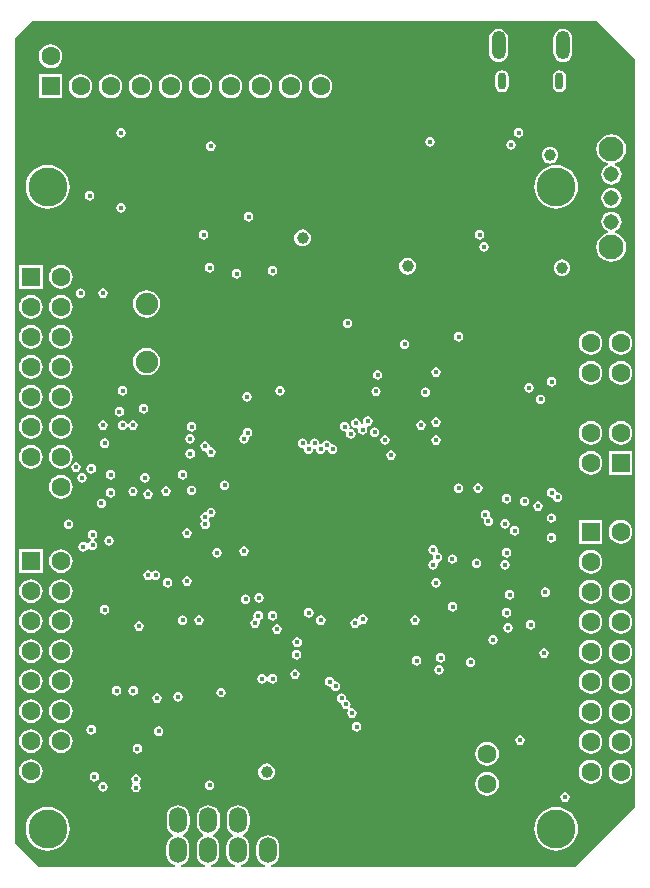
<source format=gbr>
%TF.GenerationSoftware,Altium Limited,Altium Designer,20.2.5 (213)*%
G04 Layer_Physical_Order=2*
G04 Layer_Color=36540*
%FSLAX45Y45*%
%MOMM*%
%TF.SameCoordinates,0B4FD596-2A60-4D0F-BAE7-1B06E363B609*%
%TF.FilePolarity,Positive*%
%TF.FileFunction,Copper,L2,Inr,Signal*%
%TF.Part,Single*%
G01*
G75*
%TA.AperFunction,ComponentPad*%
%ADD31C,1.30800*%
%ADD32C,2.10000*%
%ADD33C,1.60000*%
%ADD34R,1.60000X1.60000*%
%ADD35C,1.90500*%
%ADD36R,1.60000X1.60000*%
%ADD37O,1.52400X2.18440*%
%ADD38O,1.20000X2.40000*%
%ADD39O,0.73000X1.46000*%
%TA.AperFunction,ViaPad*%
%ADD40C,0.40000*%
%ADD41C,1.00000*%
%ADD42C,3.30000*%
G36*
X13669958Y10704990D02*
Y4369910D01*
X13168790Y3868741D01*
X10592881D01*
X10589944Y3880593D01*
X10613345Y3890287D01*
X10633441Y3905707D01*
X10648861Y3925802D01*
X10658554Y3949204D01*
X10661860Y3974317D01*
Y4040357D01*
X10658554Y4065470D01*
X10648861Y4088872D01*
X10633441Y4108968D01*
X10613345Y4124388D01*
X10589944Y4134081D01*
X10564830Y4137387D01*
X10539717Y4134081D01*
X10516315Y4124388D01*
X10496220Y4108968D01*
X10480800Y4088872D01*
X10471107Y4065470D01*
X10467800Y4040357D01*
Y3974317D01*
X10471107Y3949204D01*
X10480800Y3925802D01*
X10496220Y3905707D01*
X10516315Y3890287D01*
X10539717Y3880593D01*
X10536780Y3868741D01*
X10338881D01*
X10335944Y3880593D01*
X10359345Y3890287D01*
X10379441Y3905707D01*
X10394861Y3925802D01*
X10404554Y3949204D01*
X10407860Y3974317D01*
Y4040357D01*
X10404554Y4065470D01*
X10394861Y4088872D01*
X10379441Y4108968D01*
X10359345Y4124388D01*
X10353189Y4126938D01*
Y4140684D01*
X10361885Y4144287D01*
X10381981Y4159707D01*
X10397401Y4179802D01*
X10407094Y4203204D01*
X10410400Y4228317D01*
Y4294357D01*
X10407094Y4319470D01*
X10397401Y4342872D01*
X10381981Y4362968D01*
X10361885Y4378388D01*
X10338484Y4388081D01*
X10313370Y4391387D01*
X10288257Y4388081D01*
X10264855Y4378388D01*
X10244760Y4362968D01*
X10229340Y4342872D01*
X10219647Y4319470D01*
X10216340Y4294357D01*
Y4228317D01*
X10219647Y4203204D01*
X10229340Y4179802D01*
X10244760Y4159707D01*
X10264855Y4144287D01*
X10271012Y4141736D01*
Y4127990D01*
X10262315Y4124388D01*
X10242220Y4108968D01*
X10226800Y4088872D01*
X10217107Y4065470D01*
X10213800Y4040357D01*
Y3974317D01*
X10217107Y3949204D01*
X10226800Y3925802D01*
X10242220Y3905707D01*
X10262315Y3890287D01*
X10285717Y3880593D01*
X10282780Y3868741D01*
X10086151D01*
X10083214Y3880593D01*
X10106615Y3890287D01*
X10126711Y3905707D01*
X10142131Y3925802D01*
X10151824Y3949204D01*
X10155130Y3974317D01*
Y4040357D01*
X10151824Y4065470D01*
X10142131Y4088872D01*
X10126711Y4108968D01*
X10106615Y4124388D01*
X10101094Y4126675D01*
Y4140421D01*
X10110425Y4144287D01*
X10130521Y4159707D01*
X10145941Y4179802D01*
X10155634Y4203204D01*
X10158940Y4228317D01*
Y4294357D01*
X10155634Y4319470D01*
X10145941Y4342872D01*
X10130521Y4362968D01*
X10110425Y4378388D01*
X10087024Y4388081D01*
X10061910Y4391387D01*
X10036797Y4388081D01*
X10013395Y4378388D01*
X9993300Y4362968D01*
X9977880Y4342872D01*
X9968187Y4319470D01*
X9964880Y4294357D01*
Y4228317D01*
X9968187Y4203204D01*
X9977880Y4179802D01*
X9993300Y4159707D01*
X10013395Y4144287D01*
X10018917Y4142000D01*
Y4128253D01*
X10009585Y4124388D01*
X9989490Y4108968D01*
X9974070Y4088872D01*
X9964377Y4065470D01*
X9961070Y4040357D01*
Y3974317D01*
X9964377Y3949204D01*
X9974070Y3925802D01*
X9989490Y3905707D01*
X10009585Y3890287D01*
X10032987Y3880593D01*
X10030050Y3868741D01*
X9830881D01*
X9827944Y3880593D01*
X9851345Y3890287D01*
X9871441Y3905707D01*
X9886861Y3925802D01*
X9896554Y3949204D01*
X9899860Y3974317D01*
Y4040357D01*
X9896554Y4065470D01*
X9886861Y4088872D01*
X9871441Y4108968D01*
X9851345Y4124388D01*
X9845189Y4126938D01*
Y4140684D01*
X9853885Y4144287D01*
X9873981Y4159707D01*
X9889401Y4179802D01*
X9899094Y4203204D01*
X9902400Y4228317D01*
Y4294357D01*
X9899094Y4319470D01*
X9889401Y4342872D01*
X9873981Y4362968D01*
X9853885Y4378388D01*
X9830484Y4388081D01*
X9805370Y4391387D01*
X9780257Y4388081D01*
X9756855Y4378388D01*
X9736760Y4362968D01*
X9721340Y4342872D01*
X9711647Y4319470D01*
X9708340Y4294357D01*
Y4228317D01*
X9711647Y4203204D01*
X9721340Y4179802D01*
X9736760Y4159707D01*
X9756855Y4144287D01*
X9763012Y4141736D01*
Y4127990D01*
X9754315Y4124388D01*
X9734220Y4108968D01*
X9718800Y4088872D01*
X9709107Y4065470D01*
X9705800Y4040357D01*
Y3974317D01*
X9709107Y3949204D01*
X9718800Y3925802D01*
X9734220Y3905707D01*
X9754315Y3890287D01*
X9777717Y3880593D01*
X9774780Y3868741D01*
X8624410D01*
X8428041Y4065110D01*
Y9232900D01*
Y10882790D01*
X8573610Y11028359D01*
X13346590D01*
X13669958Y10704990D01*
D02*
G37*
%LPC*%
G36*
X13062900Y10964190D02*
X13042017Y10961441D01*
X13022556Y10953380D01*
X13005844Y10940557D01*
X12993021Y10923845D01*
X12984959Y10904384D01*
X12982210Y10883500D01*
Y10763500D01*
X12984959Y10742616D01*
X12993021Y10723155D01*
X13005844Y10706443D01*
X13022556Y10693620D01*
X13042017Y10685559D01*
X13062900Y10682810D01*
X13083784Y10685559D01*
X13103246Y10693620D01*
X13119957Y10706443D01*
X13132780Y10723155D01*
X13140842Y10742616D01*
X13143590Y10763500D01*
Y10883500D01*
X13140842Y10904384D01*
X13132780Y10923845D01*
X13119957Y10940557D01*
X13103246Y10953380D01*
X13083784Y10961441D01*
X13062900Y10964190D01*
D02*
G37*
G36*
X12517900D02*
X12497016Y10961441D01*
X12477555Y10953380D01*
X12460844Y10940557D01*
X12448020Y10923845D01*
X12439959Y10904384D01*
X12437210Y10883500D01*
Y10763500D01*
X12439959Y10742616D01*
X12448020Y10723155D01*
X12460844Y10706443D01*
X12477555Y10693620D01*
X12497016Y10685559D01*
X12517900Y10682810D01*
X12538784Y10685559D01*
X12558245Y10693620D01*
X12574957Y10706443D01*
X12587780Y10723155D01*
X12595841Y10742616D01*
X12598590Y10763500D01*
Y10883500D01*
X12595841Y10904384D01*
X12587780Y10923845D01*
X12574957Y10940557D01*
X12558245Y10953380D01*
X12538784Y10961441D01*
X12517900Y10964190D01*
D02*
G37*
G36*
X8724900Y10832363D02*
X8698795Y10828926D01*
X8674469Y10818850D01*
X8653579Y10802821D01*
X8637550Y10781931D01*
X8627474Y10757605D01*
X8624037Y10731500D01*
X8627474Y10705395D01*
X8637550Y10681069D01*
X8653579Y10660179D01*
X8674469Y10644150D01*
X8698795Y10634074D01*
X8724900Y10630637D01*
X8751005Y10634074D01*
X8775331Y10644150D01*
X8796221Y10660179D01*
X8812250Y10681069D01*
X8822326Y10705395D01*
X8825763Y10731500D01*
X8822326Y10757605D01*
X8812250Y10781931D01*
X8796221Y10802821D01*
X8775331Y10818850D01*
X8751005Y10828926D01*
X8724900Y10832363D01*
D02*
G37*
G36*
X13032899Y10614607D02*
X13010855Y10610222D01*
X12992166Y10597734D01*
X12979678Y10579045D01*
X12975293Y10557000D01*
Y10484000D01*
X12979678Y10461955D01*
X12992166Y10443266D01*
X13010855Y10430778D01*
X13032899Y10426393D01*
X13054945Y10430778D01*
X13073634Y10443266D01*
X13086122Y10461955D01*
X13090508Y10484000D01*
Y10557000D01*
X13086122Y10579045D01*
X13073634Y10597734D01*
X13054945Y10610222D01*
X13032899Y10614607D01*
D02*
G37*
G36*
X12547900D02*
X12525855Y10610222D01*
X12507166Y10597734D01*
X12494678Y10579045D01*
X12490293Y10557000D01*
Y10484000D01*
X12494678Y10461955D01*
X12507166Y10443266D01*
X12525855Y10430778D01*
X12547900Y10426393D01*
X12569945Y10430778D01*
X12588634Y10443266D01*
X12601122Y10461955D01*
X12605507Y10484000D01*
Y10557000D01*
X12601122Y10579045D01*
X12588634Y10597734D01*
X12569945Y10610222D01*
X12547900Y10614607D01*
D02*
G37*
G36*
X8824900Y10577500D02*
X8624900D01*
Y10377500D01*
X8824900D01*
Y10577500D01*
D02*
G37*
G36*
X11010900Y10578363D02*
X10984795Y10574926D01*
X10960469Y10564850D01*
X10939579Y10548821D01*
X10923550Y10527931D01*
X10913474Y10503605D01*
X10910037Y10477500D01*
X10913474Y10451395D01*
X10923550Y10427069D01*
X10939579Y10406179D01*
X10960469Y10390150D01*
X10984795Y10380074D01*
X11010900Y10376637D01*
X11037005Y10380074D01*
X11061331Y10390150D01*
X11082221Y10406179D01*
X11098250Y10427069D01*
X11108326Y10451395D01*
X11111763Y10477500D01*
X11108326Y10503605D01*
X11098250Y10527931D01*
X11082221Y10548821D01*
X11061331Y10564850D01*
X11037005Y10574926D01*
X11010900Y10578363D01*
D02*
G37*
G36*
X10756900D02*
X10730795Y10574926D01*
X10706469Y10564850D01*
X10685579Y10548821D01*
X10669550Y10527931D01*
X10659474Y10503605D01*
X10656037Y10477500D01*
X10659474Y10451395D01*
X10669550Y10427069D01*
X10685579Y10406179D01*
X10706469Y10390150D01*
X10730795Y10380074D01*
X10756900Y10376637D01*
X10783005Y10380074D01*
X10807331Y10390150D01*
X10828221Y10406179D01*
X10844250Y10427069D01*
X10854326Y10451395D01*
X10857763Y10477500D01*
X10854326Y10503605D01*
X10844250Y10527931D01*
X10828221Y10548821D01*
X10807331Y10564850D01*
X10783005Y10574926D01*
X10756900Y10578363D01*
D02*
G37*
G36*
X10502900D02*
X10476795Y10574926D01*
X10452469Y10564850D01*
X10431579Y10548821D01*
X10415550Y10527931D01*
X10405474Y10503605D01*
X10402037Y10477500D01*
X10405474Y10451395D01*
X10415550Y10427069D01*
X10431579Y10406179D01*
X10452469Y10390150D01*
X10476795Y10380074D01*
X10502900Y10376637D01*
X10529005Y10380074D01*
X10553331Y10390150D01*
X10574221Y10406179D01*
X10590250Y10427069D01*
X10600326Y10451395D01*
X10603763Y10477500D01*
X10600326Y10503605D01*
X10590250Y10527931D01*
X10574221Y10548821D01*
X10553331Y10564850D01*
X10529005Y10574926D01*
X10502900Y10578363D01*
D02*
G37*
G36*
X10248900D02*
X10222795Y10574926D01*
X10198469Y10564850D01*
X10177579Y10548821D01*
X10161550Y10527931D01*
X10151474Y10503605D01*
X10148037Y10477500D01*
X10151474Y10451395D01*
X10161550Y10427069D01*
X10177579Y10406179D01*
X10198469Y10390150D01*
X10222795Y10380074D01*
X10248900Y10376637D01*
X10275005Y10380074D01*
X10299331Y10390150D01*
X10320221Y10406179D01*
X10336250Y10427069D01*
X10346326Y10451395D01*
X10349763Y10477500D01*
X10346326Y10503605D01*
X10336250Y10527931D01*
X10320221Y10548821D01*
X10299331Y10564850D01*
X10275005Y10574926D01*
X10248900Y10578363D01*
D02*
G37*
G36*
X9994900D02*
X9968795Y10574926D01*
X9944469Y10564850D01*
X9923579Y10548821D01*
X9907550Y10527931D01*
X9897474Y10503605D01*
X9894037Y10477500D01*
X9897474Y10451395D01*
X9907550Y10427069D01*
X9923579Y10406179D01*
X9944469Y10390150D01*
X9968795Y10380074D01*
X9994900Y10376637D01*
X10021005Y10380074D01*
X10045331Y10390150D01*
X10066221Y10406179D01*
X10082250Y10427069D01*
X10092326Y10451395D01*
X10095763Y10477500D01*
X10092326Y10503605D01*
X10082250Y10527931D01*
X10066221Y10548821D01*
X10045331Y10564850D01*
X10021005Y10574926D01*
X9994900Y10578363D01*
D02*
G37*
G36*
X9740900D02*
X9714795Y10574926D01*
X9690469Y10564850D01*
X9669579Y10548821D01*
X9653550Y10527931D01*
X9643474Y10503605D01*
X9640037Y10477500D01*
X9643474Y10451395D01*
X9653550Y10427069D01*
X9669579Y10406179D01*
X9690469Y10390150D01*
X9714795Y10380074D01*
X9740900Y10376637D01*
X9767005Y10380074D01*
X9791331Y10390150D01*
X9812221Y10406179D01*
X9828250Y10427069D01*
X9838326Y10451395D01*
X9841763Y10477500D01*
X9838326Y10503605D01*
X9828250Y10527931D01*
X9812221Y10548821D01*
X9791331Y10564850D01*
X9767005Y10574926D01*
X9740900Y10578363D01*
D02*
G37*
G36*
X9486900D02*
X9460795Y10574926D01*
X9436469Y10564850D01*
X9415579Y10548821D01*
X9399550Y10527931D01*
X9389474Y10503605D01*
X9386037Y10477500D01*
X9389474Y10451395D01*
X9399550Y10427069D01*
X9415579Y10406179D01*
X9436469Y10390150D01*
X9460795Y10380074D01*
X9486900Y10376637D01*
X9513005Y10380074D01*
X9537331Y10390150D01*
X9558221Y10406179D01*
X9574250Y10427069D01*
X9584326Y10451395D01*
X9587763Y10477500D01*
X9584326Y10503605D01*
X9574250Y10527931D01*
X9558221Y10548821D01*
X9537331Y10564850D01*
X9513005Y10574926D01*
X9486900Y10578363D01*
D02*
G37*
G36*
X9232900D02*
X9206795Y10574926D01*
X9182469Y10564850D01*
X9161579Y10548821D01*
X9145550Y10527931D01*
X9135474Y10503605D01*
X9132037Y10477500D01*
X9135474Y10451395D01*
X9145550Y10427069D01*
X9161579Y10406179D01*
X9182469Y10390150D01*
X9206795Y10380074D01*
X9232900Y10376637D01*
X9259005Y10380074D01*
X9283331Y10390150D01*
X9304221Y10406179D01*
X9320250Y10427069D01*
X9330326Y10451395D01*
X9333763Y10477500D01*
X9330326Y10503605D01*
X9320250Y10527931D01*
X9304221Y10548821D01*
X9283331Y10564850D01*
X9259005Y10574926D01*
X9232900Y10578363D01*
D02*
G37*
G36*
X8978900D02*
X8952795Y10574926D01*
X8928469Y10564850D01*
X8907579Y10548821D01*
X8891550Y10527931D01*
X8881474Y10503605D01*
X8878037Y10477500D01*
X8881474Y10451395D01*
X8891550Y10427069D01*
X8907579Y10406179D01*
X8928469Y10390150D01*
X8952795Y10380074D01*
X8978900Y10376637D01*
X9005005Y10380074D01*
X9029331Y10390150D01*
X9050221Y10406179D01*
X9066250Y10427069D01*
X9076326Y10451395D01*
X9079763Y10477500D01*
X9076326Y10503605D01*
X9066250Y10527931D01*
X9050221Y10548821D01*
X9029331Y10564850D01*
X9005005Y10574926D01*
X8978900Y10578363D01*
D02*
G37*
G36*
X12687300Y10124584D02*
X12671693Y10121479D01*
X12658462Y10112638D01*
X12649621Y10099407D01*
X12646516Y10083800D01*
X12649621Y10068193D01*
X12658462Y10054962D01*
X12671693Y10046121D01*
X12687300Y10043016D01*
X12702907Y10046121D01*
X12716138Y10054962D01*
X12724979Y10068193D01*
X12728084Y10083800D01*
X12724979Y10099407D01*
X12716138Y10112638D01*
X12702907Y10121479D01*
X12687300Y10124584D01*
D02*
G37*
G36*
X9321800D02*
X9306193Y10121479D01*
X9292962Y10112638D01*
X9284121Y10099407D01*
X9281016Y10083800D01*
X9284121Y10068193D01*
X9292962Y10054962D01*
X9306193Y10046121D01*
X9321800Y10043016D01*
X9337407Y10046121D01*
X9350638Y10054962D01*
X9359479Y10068193D01*
X9362584Y10083800D01*
X9359479Y10099407D01*
X9350638Y10112638D01*
X9337407Y10121479D01*
X9321800Y10124584D01*
D02*
G37*
G36*
X11938000Y10048384D02*
X11922393Y10045279D01*
X11909162Y10036438D01*
X11900321Y10023207D01*
X11897216Y10007600D01*
X11900321Y9991993D01*
X11909162Y9978762D01*
X11922393Y9969921D01*
X11938000Y9966816D01*
X11953607Y9969921D01*
X11966838Y9978762D01*
X11975679Y9991993D01*
X11978784Y10007600D01*
X11975679Y10023207D01*
X11966838Y10036438D01*
X11953607Y10045279D01*
X11938000Y10048384D01*
D02*
G37*
G36*
X12623800Y10022984D02*
X12608193Y10019879D01*
X12594962Y10011038D01*
X12586121Y9997807D01*
X12583016Y9982200D01*
X12586121Y9966593D01*
X12594962Y9953362D01*
X12608193Y9944521D01*
X12623800Y9941416D01*
X12639407Y9944521D01*
X12652638Y9953362D01*
X12661479Y9966593D01*
X12664584Y9982200D01*
X12661479Y9997807D01*
X12652638Y10011038D01*
X12639407Y10019879D01*
X12623800Y10022984D01*
D02*
G37*
G36*
X10082420Y10010284D02*
X10066812Y10007179D01*
X10053581Y9998338D01*
X10044741Y9985107D01*
X10041636Y9969500D01*
X10044741Y9953893D01*
X10053581Y9940662D01*
X10066812Y9931821D01*
X10082420Y9928716D01*
X10098027Y9931821D01*
X10111258Y9940662D01*
X10120099Y9953893D01*
X10123203Y9969500D01*
X10120099Y9985107D01*
X10111258Y9998338D01*
X10098027Y10007179D01*
X10082420Y10010284D01*
D02*
G37*
G36*
X12953999Y9963904D02*
X12935725Y9961498D01*
X12918698Y9954445D01*
X12904076Y9943224D01*
X12892854Y9928602D01*
X12885802Y9911574D01*
X12883395Y9893300D01*
X12885802Y9875026D01*
X12892854Y9857998D01*
X12904076Y9843376D01*
X12918698Y9832155D01*
X12935725Y9825102D01*
X12953999Y9822696D01*
X12972273Y9825102D01*
X12989302Y9832155D01*
X13003925Y9843376D01*
X13015144Y9857998D01*
X13022198Y9875026D01*
X13024603Y9893300D01*
X13022198Y9911574D01*
X13015144Y9928602D01*
X13003925Y9943224D01*
X12989302Y9954445D01*
X12972273Y9961498D01*
X12953999Y9963904D01*
D02*
G37*
G36*
X13473134Y10072271D02*
X13440501Y10067975D01*
X13410095Y10055380D01*
X13383983Y10035343D01*
X13363947Y10009232D01*
X13351350Y9978824D01*
X13347055Y9946192D01*
X13351350Y9913561D01*
X13363947Y9883153D01*
X13383983Y9857041D01*
X13410095Y9837005D01*
X13440501Y9824409D01*
X13441512Y9824277D01*
X13443228Y9811241D01*
X13430066Y9805789D01*
X13412225Y9792100D01*
X13398538Y9774261D01*
X13389932Y9753486D01*
X13386996Y9731192D01*
X13389932Y9708899D01*
X13398538Y9688124D01*
X13412225Y9670284D01*
X13430066Y9656596D01*
X13450841Y9647991D01*
X13473134Y9645056D01*
X13495428Y9647991D01*
X13516203Y9656596D01*
X13534042Y9670284D01*
X13547731Y9688124D01*
X13556335Y9708899D01*
X13559271Y9731192D01*
X13556335Y9753486D01*
X13547731Y9774261D01*
X13534042Y9792100D01*
X13516203Y9805789D01*
X13503040Y9811241D01*
X13504758Y9824277D01*
X13505766Y9824409D01*
X13536174Y9837005D01*
X13562285Y9857041D01*
X13582323Y9883153D01*
X13594917Y9913561D01*
X13599213Y9946192D01*
X13594917Y9978824D01*
X13582323Y10009232D01*
X13562285Y10035343D01*
X13536174Y10055380D01*
X13505766Y10067975D01*
X13473134Y10072271D01*
D02*
G37*
G36*
X9055100Y9591184D02*
X9039493Y9588079D01*
X9026262Y9579238D01*
X9017421Y9566007D01*
X9014316Y9550400D01*
X9017421Y9534793D01*
X9026262Y9521562D01*
X9039493Y9512721D01*
X9055100Y9509616D01*
X9070707Y9512721D01*
X9083938Y9521562D01*
X9092779Y9534793D01*
X9095884Y9550400D01*
X9092779Y9566007D01*
X9083938Y9579238D01*
X9070707Y9588079D01*
X9055100Y9591184D01*
D02*
G37*
G36*
X13473134Y9617329D02*
X13450841Y9614394D01*
X13430066Y9605789D01*
X13412225Y9592100D01*
X13398538Y9574261D01*
X13389932Y9553486D01*
X13386996Y9531192D01*
X13389932Y9508898D01*
X13398538Y9488124D01*
X13412225Y9470284D01*
X13430066Y9456596D01*
X13450841Y9447991D01*
X13473134Y9445056D01*
X13495428Y9447991D01*
X13516203Y9456596D01*
X13534042Y9470284D01*
X13547731Y9488124D01*
X13556335Y9508898D01*
X13559271Y9531192D01*
X13556335Y9553486D01*
X13547731Y9574261D01*
X13534042Y9592100D01*
X13516203Y9605789D01*
X13495428Y9614394D01*
X13473134Y9617329D01*
D02*
G37*
G36*
X13004800Y9812495D02*
X12968533Y9808923D01*
X12933661Y9798345D01*
X12901521Y9781166D01*
X12873352Y9758048D01*
X12850233Y9729878D01*
X12833055Y9697739D01*
X12822478Y9662866D01*
X12818906Y9626600D01*
X12822478Y9590334D01*
X12833055Y9555461D01*
X12850233Y9523322D01*
X12873352Y9495152D01*
X12901521Y9472034D01*
X12933661Y9454855D01*
X12968533Y9444277D01*
X13004800Y9440705D01*
X13041066Y9444277D01*
X13075938Y9454855D01*
X13108078Y9472034D01*
X13136247Y9495152D01*
X13159366Y9523322D01*
X13176546Y9555461D01*
X13187123Y9590334D01*
X13190695Y9626600D01*
X13187123Y9662866D01*
X13176546Y9697739D01*
X13159366Y9729878D01*
X13136247Y9758048D01*
X13108078Y9781166D01*
X13075938Y9798345D01*
X13041066Y9808923D01*
X13004800Y9812495D01*
D02*
G37*
G36*
X8699500D02*
X8663234Y9808923D01*
X8628361Y9798345D01*
X8596222Y9781166D01*
X8568052Y9758048D01*
X8544934Y9729878D01*
X8527755Y9697739D01*
X8517177Y9662866D01*
X8513605Y9626600D01*
X8517177Y9590334D01*
X8527755Y9555461D01*
X8544934Y9523322D01*
X8568052Y9495152D01*
X8596222Y9472034D01*
X8628361Y9454855D01*
X8663234Y9444277D01*
X8699500Y9440705D01*
X8735766Y9444277D01*
X8770639Y9454855D01*
X8802778Y9472034D01*
X8830948Y9495152D01*
X8854066Y9523322D01*
X8871245Y9555461D01*
X8881823Y9590334D01*
X8885395Y9626600D01*
X8881823Y9662866D01*
X8871245Y9697739D01*
X8854066Y9729878D01*
X8830948Y9758048D01*
X8802778Y9781166D01*
X8770639Y9798345D01*
X8735766Y9808923D01*
X8699500Y9812495D01*
D02*
G37*
G36*
X9321800Y9489584D02*
X9306193Y9486479D01*
X9292962Y9477638D01*
X9284121Y9464407D01*
X9281016Y9448800D01*
X9284121Y9433193D01*
X9292962Y9419962D01*
X9306193Y9411121D01*
X9321800Y9408016D01*
X9337407Y9411121D01*
X9350638Y9419962D01*
X9359479Y9433193D01*
X9362584Y9448800D01*
X9359479Y9464407D01*
X9350638Y9477638D01*
X9337407Y9486479D01*
X9321800Y9489584D01*
D02*
G37*
G36*
X10401300Y9413384D02*
X10385693Y9410279D01*
X10372462Y9401438D01*
X10363621Y9388207D01*
X10360516Y9372600D01*
X10363621Y9356993D01*
X10372462Y9343762D01*
X10385693Y9334921D01*
X10401300Y9331816D01*
X10416907Y9334921D01*
X10430138Y9343762D01*
X10438979Y9356993D01*
X10442084Y9372600D01*
X10438979Y9388207D01*
X10430138Y9401438D01*
X10416907Y9410279D01*
X10401300Y9413384D01*
D02*
G37*
G36*
X12357900Y9260984D02*
X12342293Y9257879D01*
X12329062Y9249038D01*
X12320221Y9235807D01*
X12317117Y9220200D01*
X12320221Y9204593D01*
X12329062Y9191362D01*
X12342293Y9182521D01*
X12357900Y9179416D01*
X12373507Y9182521D01*
X12386738Y9191362D01*
X12395579Y9204593D01*
X12398684Y9220200D01*
X12395579Y9235807D01*
X12386738Y9249038D01*
X12373507Y9257879D01*
X12357900Y9260984D01*
D02*
G37*
G36*
X10020300D02*
X10004693Y9257879D01*
X9991462Y9249038D01*
X9982621Y9235807D01*
X9979516Y9220200D01*
X9982621Y9204593D01*
X9991462Y9191362D01*
X10004693Y9182521D01*
X10020300Y9179416D01*
X10035907Y9182521D01*
X10049138Y9191362D01*
X10057979Y9204593D01*
X10061084Y9220200D01*
X10057979Y9235807D01*
X10049138Y9249038D01*
X10035907Y9257879D01*
X10020300Y9260984D01*
D02*
G37*
G36*
X10858500Y9265404D02*
X10840226Y9262998D01*
X10823198Y9255945D01*
X10808576Y9244724D01*
X10797355Y9230102D01*
X10790302Y9213074D01*
X10787896Y9194800D01*
X10790302Y9176526D01*
X10797355Y9159498D01*
X10808576Y9144876D01*
X10823198Y9133655D01*
X10840226Y9126602D01*
X10858500Y9124196D01*
X10876774Y9126602D01*
X10893802Y9133655D01*
X10908424Y9144876D01*
X10919645Y9159498D01*
X10926698Y9176526D01*
X10929104Y9194800D01*
X10926698Y9213074D01*
X10919645Y9230102D01*
X10908424Y9244724D01*
X10893802Y9255945D01*
X10876774Y9262998D01*
X10858500Y9265404D01*
D02*
G37*
G36*
X12395200Y9159384D02*
X12379593Y9156279D01*
X12366362Y9147438D01*
X12357521Y9134207D01*
X12354416Y9118600D01*
X12357521Y9102993D01*
X12366362Y9089762D01*
X12379593Y9080921D01*
X12395200Y9077816D01*
X12410807Y9080921D01*
X12424038Y9089762D01*
X12432879Y9102993D01*
X12435984Y9118600D01*
X12432879Y9134207D01*
X12424038Y9147438D01*
X12410807Y9156279D01*
X12395200Y9159384D01*
D02*
G37*
G36*
X13473134Y9417329D02*
X13450841Y9414394D01*
X13430066Y9405789D01*
X13412225Y9392100D01*
X13398538Y9374261D01*
X13389932Y9353486D01*
X13386996Y9331192D01*
X13389932Y9308898D01*
X13398538Y9288124D01*
X13412225Y9270284D01*
X13430066Y9256596D01*
X13443228Y9251144D01*
X13441512Y9238108D01*
X13440501Y9237975D01*
X13410095Y9225380D01*
X13383983Y9205344D01*
X13363947Y9179232D01*
X13351350Y9148824D01*
X13347055Y9116192D01*
X13351350Y9083561D01*
X13363947Y9053153D01*
X13383983Y9027041D01*
X13410095Y9007005D01*
X13440501Y8994409D01*
X13473134Y8990114D01*
X13505766Y8994409D01*
X13536174Y9007005D01*
X13562285Y9027041D01*
X13582323Y9053153D01*
X13594917Y9083561D01*
X13599213Y9116192D01*
X13594917Y9148824D01*
X13582323Y9179232D01*
X13562285Y9205344D01*
X13536174Y9225380D01*
X13505766Y9237975D01*
X13504758Y9238108D01*
X13503040Y9251144D01*
X13516203Y9256596D01*
X13534042Y9270284D01*
X13547731Y9288124D01*
X13556335Y9308898D01*
X13559271Y9331192D01*
X13556335Y9353486D01*
X13547731Y9374261D01*
X13534042Y9392100D01*
X13516203Y9405789D01*
X13495428Y9414394D01*
X13473134Y9417329D01*
D02*
G37*
G36*
X10071100Y8981584D02*
X10055493Y8978479D01*
X10042262Y8969638D01*
X10033421Y8956407D01*
X10030316Y8940800D01*
X10033421Y8925193D01*
X10042262Y8911962D01*
X10055493Y8903121D01*
X10071100Y8900016D01*
X10086707Y8903121D01*
X10099938Y8911962D01*
X10108779Y8925193D01*
X10111884Y8940800D01*
X10108779Y8956407D01*
X10099938Y8969638D01*
X10086707Y8978479D01*
X10071100Y8981584D01*
D02*
G37*
G36*
X11747500Y9024104D02*
X11729226Y9021698D01*
X11712198Y9014645D01*
X11697576Y9003424D01*
X11686355Y8988802D01*
X11679302Y8971774D01*
X11676896Y8953500D01*
X11679302Y8935226D01*
X11686355Y8918198D01*
X11697576Y8903576D01*
X11712198Y8892355D01*
X11729226Y8885302D01*
X11747500Y8882896D01*
X11765774Y8885302D01*
X11782802Y8892355D01*
X11797424Y8903576D01*
X11808645Y8918198D01*
X11815698Y8935226D01*
X11818104Y8953500D01*
X11815698Y8971774D01*
X11808645Y8988802D01*
X11797424Y9003424D01*
X11782802Y9014645D01*
X11765774Y9021698D01*
X11747500Y9024104D01*
D02*
G37*
G36*
X10604500Y8956184D02*
X10588893Y8953079D01*
X10575662Y8944238D01*
X10566821Y8931007D01*
X10563716Y8915400D01*
X10566821Y8899793D01*
X10575662Y8886562D01*
X10588893Y8877721D01*
X10604500Y8874616D01*
X10620107Y8877721D01*
X10633338Y8886562D01*
X10642179Y8899793D01*
X10645284Y8915400D01*
X10642179Y8931007D01*
X10633338Y8944238D01*
X10620107Y8953079D01*
X10604500Y8956184D01*
D02*
G37*
G36*
X13055600Y9011404D02*
X13037326Y9008998D01*
X13020297Y9001945D01*
X13005676Y8990724D01*
X12994455Y8976102D01*
X12987402Y8959074D01*
X12984996Y8940800D01*
X12987402Y8922526D01*
X12994455Y8905498D01*
X13005676Y8890876D01*
X13020297Y8879655D01*
X13037326Y8872602D01*
X13055600Y8870196D01*
X13073874Y8872602D01*
X13090903Y8879655D01*
X13105524Y8890876D01*
X13116745Y8905498D01*
X13123798Y8922526D01*
X13126204Y8940800D01*
X13123798Y8959074D01*
X13116745Y8976102D01*
X13105524Y8990724D01*
X13090903Y9001945D01*
X13073874Y9008998D01*
X13055600Y9011404D01*
D02*
G37*
G36*
X10299700Y8930784D02*
X10284093Y8927679D01*
X10270862Y8918838D01*
X10262021Y8905607D01*
X10258916Y8890000D01*
X10262021Y8874393D01*
X10270862Y8861162D01*
X10284093Y8852321D01*
X10299700Y8849216D01*
X10315307Y8852321D01*
X10328538Y8861162D01*
X10337379Y8874393D01*
X10340484Y8890000D01*
X10337379Y8905607D01*
X10328538Y8918838D01*
X10315307Y8927679D01*
X10299700Y8930784D01*
D02*
G37*
G36*
X8658234Y8964252D02*
X8458234D01*
Y8764252D01*
X8658234D01*
Y8964252D01*
D02*
G37*
G36*
X8812234Y8965115D02*
X8786129Y8961678D01*
X8761803Y8951602D01*
X8740913Y8935573D01*
X8724885Y8914684D01*
X8714808Y8890357D01*
X8711371Y8864252D01*
X8714808Y8838147D01*
X8724885Y8813821D01*
X8740913Y8792932D01*
X8761803Y8776903D01*
X8786129Y8766827D01*
X8812234Y8763390D01*
X8838339Y8766827D01*
X8862666Y8776903D01*
X8883555Y8792932D01*
X8899584Y8813821D01*
X8909660Y8838147D01*
X8913097Y8864252D01*
X8909660Y8890357D01*
X8899584Y8914684D01*
X8883555Y8935573D01*
X8862666Y8951602D01*
X8838339Y8961678D01*
X8812234Y8965115D01*
D02*
G37*
G36*
X9169400Y8765684D02*
X9153793Y8762579D01*
X9140562Y8753738D01*
X9131721Y8740507D01*
X9128616Y8724900D01*
X9131721Y8709293D01*
X9140562Y8696062D01*
X9153793Y8687221D01*
X9169400Y8684116D01*
X9185007Y8687221D01*
X9198238Y8696062D01*
X9207079Y8709293D01*
X9210184Y8724900D01*
X9207079Y8740507D01*
X9198238Y8753738D01*
X9185007Y8762579D01*
X9169400Y8765684D01*
D02*
G37*
G36*
X8978900D02*
X8963293Y8762579D01*
X8950062Y8753738D01*
X8941221Y8740507D01*
X8938116Y8724900D01*
X8941221Y8709293D01*
X8950062Y8696062D01*
X8963293Y8687221D01*
X8978900Y8684116D01*
X8994507Y8687221D01*
X9007738Y8696062D01*
X9016579Y8709293D01*
X9019684Y8724900D01*
X9016579Y8740507D01*
X9007738Y8753738D01*
X8994507Y8762579D01*
X8978900Y8765684D01*
D02*
G37*
G36*
X9537700Y8752244D02*
X9507614Y8748283D01*
X9479578Y8736671D01*
X9455503Y8718197D01*
X9437029Y8694122D01*
X9425417Y8666086D01*
X9421456Y8636000D01*
X9425417Y8605914D01*
X9437029Y8577878D01*
X9455503Y8553803D01*
X9479578Y8535329D01*
X9507614Y8523717D01*
X9537700Y8519756D01*
X9567786Y8523717D01*
X9595822Y8535329D01*
X9619897Y8553803D01*
X9638371Y8577878D01*
X9649983Y8605914D01*
X9653944Y8636000D01*
X9649983Y8666086D01*
X9638371Y8694122D01*
X9619897Y8718197D01*
X9595822Y8736671D01*
X9567786Y8748283D01*
X9537700Y8752244D01*
D02*
G37*
G36*
X8812234Y8711115D02*
X8786129Y8707678D01*
X8761803Y8697602D01*
X8740913Y8681573D01*
X8724885Y8660684D01*
X8714808Y8636357D01*
X8711371Y8610252D01*
X8714808Y8584147D01*
X8724885Y8559821D01*
X8740913Y8538932D01*
X8761803Y8522903D01*
X8786129Y8512827D01*
X8812234Y8509390D01*
X8838339Y8512827D01*
X8862666Y8522903D01*
X8883555Y8538932D01*
X8899584Y8559821D01*
X8909660Y8584147D01*
X8913097Y8610252D01*
X8909660Y8636357D01*
X8899584Y8660684D01*
X8883555Y8681573D01*
X8862666Y8697602D01*
X8838339Y8707678D01*
X8812234Y8711115D01*
D02*
G37*
G36*
X8558234D02*
X8532129Y8707678D01*
X8507803Y8697602D01*
X8486913Y8681573D01*
X8470885Y8660684D01*
X8460808Y8636357D01*
X8457371Y8610252D01*
X8460808Y8584147D01*
X8470885Y8559821D01*
X8486913Y8538932D01*
X8507803Y8522903D01*
X8532129Y8512827D01*
X8558234Y8509390D01*
X8584339Y8512827D01*
X8608666Y8522903D01*
X8629555Y8538932D01*
X8645584Y8559821D01*
X8655660Y8584147D01*
X8659097Y8610252D01*
X8655660Y8636357D01*
X8645584Y8660684D01*
X8629555Y8681573D01*
X8608666Y8697602D01*
X8584339Y8707678D01*
X8558234Y8711115D01*
D02*
G37*
G36*
X11239500Y8510883D02*
X11223893Y8507779D01*
X11210662Y8498938D01*
X11201821Y8485707D01*
X11198716Y8470100D01*
X11201821Y8454493D01*
X11210662Y8441262D01*
X11223893Y8432421D01*
X11239500Y8429316D01*
X11255107Y8432421D01*
X11268338Y8441262D01*
X11277179Y8454493D01*
X11280284Y8470100D01*
X11277179Y8485707D01*
X11268338Y8498938D01*
X11255107Y8507779D01*
X11239500Y8510883D01*
D02*
G37*
G36*
X12179300Y8397384D02*
X12163693Y8394279D01*
X12150462Y8385438D01*
X12141621Y8372207D01*
X12138516Y8356600D01*
X12141621Y8340993D01*
X12150462Y8327762D01*
X12163693Y8318921D01*
X12179300Y8315816D01*
X12194907Y8318921D01*
X12208138Y8327762D01*
X12216979Y8340993D01*
X12220084Y8356600D01*
X12216979Y8372207D01*
X12208138Y8385438D01*
X12194907Y8394279D01*
X12179300Y8397384D01*
D02*
G37*
G36*
X8812234Y8457115D02*
X8786129Y8453678D01*
X8761803Y8443602D01*
X8740913Y8427573D01*
X8724885Y8406684D01*
X8714808Y8382357D01*
X8711371Y8356252D01*
X8714808Y8330147D01*
X8724885Y8305821D01*
X8740913Y8284932D01*
X8761803Y8268903D01*
X8786129Y8258827D01*
X8812234Y8255390D01*
X8838339Y8258827D01*
X8862666Y8268903D01*
X8883555Y8284932D01*
X8899584Y8305821D01*
X8909660Y8330147D01*
X8913097Y8356252D01*
X8909660Y8382357D01*
X8899584Y8406684D01*
X8883555Y8427573D01*
X8862666Y8443602D01*
X8838339Y8453678D01*
X8812234Y8457115D01*
D02*
G37*
G36*
X8558234D02*
X8532129Y8453678D01*
X8507803Y8443602D01*
X8486913Y8427573D01*
X8470885Y8406684D01*
X8460808Y8382357D01*
X8457371Y8356252D01*
X8460808Y8330147D01*
X8470885Y8305821D01*
X8486913Y8284932D01*
X8507803Y8268903D01*
X8532129Y8258827D01*
X8558234Y8255390D01*
X8584339Y8258827D01*
X8608666Y8268903D01*
X8629555Y8284932D01*
X8645584Y8305821D01*
X8655660Y8330147D01*
X8659097Y8356252D01*
X8655660Y8382357D01*
X8645584Y8406684D01*
X8629555Y8427573D01*
X8608666Y8443602D01*
X8584339Y8453678D01*
X8558234Y8457115D01*
D02*
G37*
G36*
X11722100Y8333884D02*
X11706493Y8330779D01*
X11693262Y8321938D01*
X11684421Y8308707D01*
X11681316Y8293100D01*
X11684421Y8277493D01*
X11693262Y8264262D01*
X11706493Y8255421D01*
X11722100Y8252316D01*
X11737707Y8255421D01*
X11750938Y8264262D01*
X11759779Y8277493D01*
X11762884Y8293100D01*
X11759779Y8308707D01*
X11750938Y8321938D01*
X11737707Y8330779D01*
X11722100Y8333884D01*
D02*
G37*
G36*
X13550999Y8406235D02*
X13524895Y8402798D01*
X13500568Y8392722D01*
X13479678Y8376693D01*
X13463651Y8355803D01*
X13453574Y8331477D01*
X13450137Y8305372D01*
X13453574Y8279267D01*
X13463651Y8254941D01*
X13479678Y8234051D01*
X13500568Y8218022D01*
X13524895Y8207946D01*
X13550999Y8204509D01*
X13577104Y8207946D01*
X13601431Y8218022D01*
X13622321Y8234051D01*
X13638348Y8254941D01*
X13648425Y8279267D01*
X13651862Y8305372D01*
X13648425Y8331477D01*
X13638348Y8355803D01*
X13622321Y8376693D01*
X13601431Y8392722D01*
X13577104Y8402798D01*
X13550999Y8406235D01*
D02*
G37*
G36*
X13296999D02*
X13270894Y8402798D01*
X13246568Y8392722D01*
X13225679Y8376693D01*
X13209650Y8355803D01*
X13199574Y8331477D01*
X13196136Y8305372D01*
X13199574Y8279267D01*
X13209650Y8254941D01*
X13225679Y8234051D01*
X13246568Y8218022D01*
X13270894Y8207946D01*
X13296999Y8204509D01*
X13323103Y8207946D01*
X13347430Y8218022D01*
X13368320Y8234051D01*
X13384349Y8254941D01*
X13394424Y8279267D01*
X13397862Y8305372D01*
X13394424Y8331477D01*
X13384349Y8355803D01*
X13368320Y8376693D01*
X13347430Y8392722D01*
X13323103Y8402798D01*
X13296999Y8406235D01*
D02*
G37*
G36*
X9537700Y8262248D02*
X9507614Y8258287D01*
X9479578Y8246674D01*
X9455503Y8228201D01*
X9437029Y8204126D01*
X9425417Y8176090D01*
X9421456Y8146004D01*
X9425417Y8115917D01*
X9437029Y8087881D01*
X9455503Y8063806D01*
X9479578Y8045333D01*
X9507614Y8033720D01*
X9537700Y8029759D01*
X9567786Y8033720D01*
X9595822Y8045333D01*
X9619897Y8063806D01*
X9638371Y8087881D01*
X9649983Y8115917D01*
X9653944Y8146004D01*
X9649983Y8176090D01*
X9638371Y8204126D01*
X9619897Y8228201D01*
X9595822Y8246674D01*
X9567786Y8258287D01*
X9537700Y8262248D01*
D02*
G37*
G36*
X11988800Y8098284D02*
X11973193Y8095179D01*
X11959962Y8086338D01*
X11951121Y8073107D01*
X11948016Y8057500D01*
X11951121Y8041893D01*
X11959962Y8028662D01*
X11973193Y8019821D01*
X11988800Y8016717D01*
X12004407Y8019821D01*
X12017638Y8028662D01*
X12026479Y8041893D01*
X12029584Y8057500D01*
X12026479Y8073107D01*
X12017638Y8086338D01*
X12004407Y8095179D01*
X11988800Y8098284D01*
D02*
G37*
G36*
X8812234Y8203115D02*
X8786129Y8199678D01*
X8761803Y8189602D01*
X8740913Y8173573D01*
X8724885Y8152684D01*
X8714808Y8128357D01*
X8711371Y8102252D01*
X8714808Y8076147D01*
X8724885Y8051821D01*
X8740913Y8030932D01*
X8761803Y8014903D01*
X8786129Y8004827D01*
X8812234Y8001390D01*
X8838339Y8004827D01*
X8862666Y8014903D01*
X8883555Y8030932D01*
X8899584Y8051821D01*
X8909660Y8076147D01*
X8913097Y8102252D01*
X8909660Y8128357D01*
X8899584Y8152684D01*
X8883555Y8173573D01*
X8862666Y8189602D01*
X8838339Y8199678D01*
X8812234Y8203115D01*
D02*
G37*
G36*
X8558234D02*
X8532129Y8199678D01*
X8507803Y8189602D01*
X8486913Y8173573D01*
X8470885Y8152684D01*
X8460808Y8128357D01*
X8457371Y8102252D01*
X8460808Y8076147D01*
X8470885Y8051821D01*
X8486913Y8030932D01*
X8507803Y8014903D01*
X8532129Y8004827D01*
X8558234Y8001390D01*
X8584339Y8004827D01*
X8608666Y8014903D01*
X8629555Y8030932D01*
X8645584Y8051821D01*
X8655660Y8076147D01*
X8659097Y8102252D01*
X8655660Y8128357D01*
X8645584Y8152684D01*
X8629555Y8173573D01*
X8608666Y8189602D01*
X8584339Y8199678D01*
X8558234Y8203115D01*
D02*
G37*
G36*
X11494300Y8074318D02*
X11478693Y8071214D01*
X11465462Y8062373D01*
X11456621Y8049142D01*
X11453517Y8033535D01*
X11456621Y8017928D01*
X11465462Y8004696D01*
X11478693Y7995856D01*
X11494300Y7992751D01*
X11509907Y7995856D01*
X11523138Y8004696D01*
X11531979Y8017928D01*
X11535084Y8033535D01*
X11531979Y8049142D01*
X11523138Y8062373D01*
X11509907Y8071214D01*
X11494300Y8074318D01*
D02*
G37*
G36*
X13550999Y8152235D02*
X13524895Y8148798D01*
X13500568Y8138722D01*
X13479678Y8122693D01*
X13463651Y8101803D01*
X13453574Y8077477D01*
X13450137Y8051372D01*
X13453574Y8025267D01*
X13463651Y8000941D01*
X13479678Y7980051D01*
X13500568Y7964022D01*
X13524895Y7953946D01*
X13550999Y7950509D01*
X13577104Y7953946D01*
X13601431Y7964022D01*
X13622321Y7980051D01*
X13638348Y8000941D01*
X13648425Y8025267D01*
X13651862Y8051372D01*
X13648425Y8077477D01*
X13638348Y8101803D01*
X13622321Y8122693D01*
X13601431Y8138722D01*
X13577104Y8148798D01*
X13550999Y8152235D01*
D02*
G37*
G36*
X13296999D02*
X13270894Y8148798D01*
X13246568Y8138722D01*
X13225679Y8122693D01*
X13209650Y8101803D01*
X13199574Y8077477D01*
X13196136Y8051372D01*
X13199574Y8025267D01*
X13209650Y8000941D01*
X13225679Y7980051D01*
X13246568Y7964022D01*
X13270894Y7953946D01*
X13296999Y7950509D01*
X13323103Y7953946D01*
X13347430Y7964022D01*
X13368320Y7980051D01*
X13384349Y8000941D01*
X13394424Y8025267D01*
X13397862Y8051372D01*
X13394424Y8077477D01*
X13384349Y8101803D01*
X13368320Y8122693D01*
X13347430Y8138722D01*
X13323103Y8148798D01*
X13296999Y8152235D01*
D02*
G37*
G36*
X12966701Y8016384D02*
X12951093Y8013279D01*
X12937862Y8004438D01*
X12929021Y7991207D01*
X12925916Y7975600D01*
X12929021Y7959993D01*
X12937862Y7946762D01*
X12951093Y7937921D01*
X12966701Y7934816D01*
X12982307Y7937921D01*
X12995538Y7946762D01*
X13004379Y7959993D01*
X13007484Y7975600D01*
X13004379Y7991207D01*
X12995538Y8004438D01*
X12982307Y8013279D01*
X12966701Y8016384D01*
D02*
G37*
G36*
X12776200Y7965584D02*
X12760593Y7962479D01*
X12747362Y7953638D01*
X12738521Y7940407D01*
X12735416Y7924800D01*
X12738521Y7909193D01*
X12747362Y7895962D01*
X12760593Y7887121D01*
X12776200Y7884016D01*
X12791807Y7887121D01*
X12805038Y7895962D01*
X12813879Y7909193D01*
X12816985Y7924800D01*
X12813879Y7940407D01*
X12805038Y7953638D01*
X12791807Y7962479D01*
X12776200Y7965584D01*
D02*
G37*
G36*
X9334500Y7940184D02*
X9318893Y7937079D01*
X9305662Y7928238D01*
X9296821Y7915007D01*
X9293716Y7899400D01*
X9296821Y7883793D01*
X9305662Y7870562D01*
X9318893Y7861721D01*
X9334500Y7858616D01*
X9350107Y7861721D01*
X9363338Y7870562D01*
X9372179Y7883793D01*
X9375284Y7899400D01*
X9372179Y7915007D01*
X9363338Y7928238D01*
X9350107Y7937079D01*
X9334500Y7940184D01*
D02*
G37*
G36*
X10668000Y7939383D02*
X10652393Y7936279D01*
X10639162Y7927438D01*
X10630321Y7914207D01*
X10627216Y7898600D01*
X10630321Y7882993D01*
X10639162Y7869762D01*
X10652393Y7860921D01*
X10668000Y7857816D01*
X10683607Y7860921D01*
X10696838Y7869762D01*
X10705679Y7882993D01*
X10708784Y7898600D01*
X10705679Y7914207D01*
X10696838Y7927438D01*
X10683607Y7936279D01*
X10668000Y7939383D01*
D02*
G37*
G36*
X11480198Y7934319D02*
X11464590Y7931214D01*
X11451359Y7922374D01*
X11442518Y7909142D01*
X11439414Y7893535D01*
X11442518Y7877928D01*
X11451359Y7864697D01*
X11464590Y7855856D01*
X11480198Y7852752D01*
X11495805Y7855856D01*
X11509036Y7864697D01*
X11517877Y7877928D01*
X11520981Y7893535D01*
X11517877Y7909142D01*
X11509036Y7922374D01*
X11495805Y7931214D01*
X11480198Y7934319D01*
D02*
G37*
G36*
X11898800Y7927484D02*
X11883193Y7924379D01*
X11869962Y7915538D01*
X11861121Y7902307D01*
X11858016Y7886700D01*
X11861121Y7871093D01*
X11869962Y7857862D01*
X11883193Y7849021D01*
X11898800Y7845916D01*
X11914407Y7849021D01*
X11927638Y7857862D01*
X11936479Y7871093D01*
X11939583Y7886700D01*
X11936479Y7902307D01*
X11927638Y7915538D01*
X11914407Y7924379D01*
X11898800Y7927484D01*
D02*
G37*
G36*
X10388600Y7889384D02*
X10372993Y7886279D01*
X10359762Y7877438D01*
X10350921Y7864207D01*
X10347816Y7848600D01*
X10350921Y7832993D01*
X10359762Y7819762D01*
X10372993Y7810921D01*
X10388600Y7807816D01*
X10404207Y7810921D01*
X10417438Y7819762D01*
X10426279Y7832993D01*
X10429384Y7848600D01*
X10426279Y7864207D01*
X10417438Y7877438D01*
X10404207Y7886279D01*
X10388600Y7889384D01*
D02*
G37*
G36*
X12874335Y7867449D02*
X12858727Y7864345D01*
X12845496Y7855504D01*
X12836655Y7842273D01*
X12833551Y7826666D01*
X12836655Y7811059D01*
X12845496Y7797827D01*
X12858727Y7788987D01*
X12874335Y7785882D01*
X12889941Y7788987D01*
X12903172Y7797827D01*
X12912013Y7811059D01*
X12915118Y7826666D01*
X12912013Y7842273D01*
X12903172Y7855504D01*
X12889941Y7864345D01*
X12874335Y7867449D01*
D02*
G37*
G36*
X8812234Y7949115D02*
X8786129Y7945678D01*
X8761803Y7935602D01*
X8740913Y7919573D01*
X8724885Y7898684D01*
X8714808Y7874357D01*
X8711371Y7848252D01*
X8714808Y7822147D01*
X8724885Y7797821D01*
X8740913Y7776932D01*
X8761803Y7760903D01*
X8786129Y7750827D01*
X8812234Y7747390D01*
X8838339Y7750827D01*
X8862666Y7760903D01*
X8883555Y7776932D01*
X8899584Y7797821D01*
X8909660Y7822147D01*
X8913097Y7848252D01*
X8909660Y7874357D01*
X8899584Y7898684D01*
X8883555Y7919573D01*
X8862666Y7935602D01*
X8838339Y7945678D01*
X8812234Y7949115D01*
D02*
G37*
G36*
X8558234D02*
X8532129Y7945678D01*
X8507803Y7935602D01*
X8486913Y7919573D01*
X8470885Y7898684D01*
X8460808Y7874357D01*
X8457371Y7848252D01*
X8460808Y7822147D01*
X8470885Y7797821D01*
X8486913Y7776932D01*
X8507803Y7760903D01*
X8532129Y7750827D01*
X8558234Y7747390D01*
X8584339Y7750827D01*
X8608666Y7760903D01*
X8629555Y7776932D01*
X8645584Y7797821D01*
X8655660Y7822147D01*
X8659097Y7848252D01*
X8655660Y7874357D01*
X8645584Y7898684D01*
X8629555Y7919573D01*
X8608666Y7935602D01*
X8584339Y7945678D01*
X8558234Y7949115D01*
D02*
G37*
G36*
X9512300Y7787784D02*
X9496693Y7784679D01*
X9483462Y7775838D01*
X9474621Y7762607D01*
X9471516Y7747000D01*
X9474621Y7731393D01*
X9483462Y7718162D01*
X9496693Y7709321D01*
X9512300Y7706216D01*
X9527907Y7709321D01*
X9541138Y7718162D01*
X9549979Y7731393D01*
X9553084Y7747000D01*
X9549979Y7762607D01*
X9541138Y7775838D01*
X9527907Y7784679D01*
X9512300Y7787784D01*
D02*
G37*
G36*
X9308300Y7762384D02*
X9292693Y7759279D01*
X9279462Y7750438D01*
X9270621Y7737207D01*
X9267516Y7721600D01*
X9270621Y7705993D01*
X9279462Y7692762D01*
X9292693Y7683921D01*
X9308300Y7680816D01*
X9323907Y7683921D01*
X9337138Y7692762D01*
X9345979Y7705993D01*
X9349083Y7721600D01*
X9345979Y7737207D01*
X9337138Y7750438D01*
X9323907Y7759279D01*
X9308300Y7762384D01*
D02*
G37*
G36*
X9423400Y7648084D02*
X9407793Y7644979D01*
X9394562Y7636138D01*
X9385721Y7622907D01*
X9385424Y7621417D01*
X9372476D01*
X9372179Y7622907D01*
X9363338Y7636138D01*
X9350107Y7644979D01*
X9334500Y7648084D01*
X9318893Y7644979D01*
X9305662Y7636138D01*
X9296821Y7622907D01*
X9293716Y7607300D01*
X9296821Y7591693D01*
X9305662Y7578462D01*
X9318893Y7569621D01*
X9334500Y7566516D01*
X9350107Y7569621D01*
X9363338Y7578462D01*
X9372179Y7591693D01*
X9372476Y7593183D01*
X9385424D01*
X9385721Y7591693D01*
X9394562Y7578462D01*
X9407793Y7569621D01*
X9423400Y7566516D01*
X9439007Y7569621D01*
X9452238Y7578462D01*
X9461079Y7591693D01*
X9464184Y7607300D01*
X9461079Y7622907D01*
X9452238Y7636138D01*
X9439007Y7644979D01*
X9423400Y7648084D01*
D02*
G37*
G36*
X11410400Y7682034D02*
X11394793Y7678929D01*
X11381562Y7670089D01*
X11372721Y7656857D01*
X11369617Y7641250D01*
X11372572Y7626390D01*
X11372165Y7624752D01*
X11365389Y7613894D01*
X11360069Y7613368D01*
X11350883Y7623159D01*
X11351184Y7624670D01*
X11348079Y7640278D01*
X11339239Y7653509D01*
X11326008Y7662349D01*
X11310400Y7665454D01*
X11294793Y7662349D01*
X11281562Y7653509D01*
X11272721Y7640278D01*
X11269617Y7624670D01*
X11272721Y7609063D01*
X11281562Y7595832D01*
X11294793Y7586991D01*
X11310400Y7583887D01*
X11315776Y7584956D01*
X11326577Y7574156D01*
X11325591Y7569200D01*
X11328696Y7553593D01*
X11337536Y7540362D01*
X11350767Y7531521D01*
X11366375Y7528416D01*
X11381982Y7531521D01*
X11395213Y7540362D01*
X11404054Y7553593D01*
X11407158Y7569200D01*
X11404054Y7584807D01*
X11400992Y7589389D01*
X11408630Y7600819D01*
X11410400Y7600467D01*
X11426007Y7603571D01*
X11439238Y7612412D01*
X11448079Y7625643D01*
X11451184Y7641250D01*
X11448079Y7656857D01*
X11439238Y7670089D01*
X11426007Y7678929D01*
X11410400Y7682034D01*
D02*
G37*
G36*
X11988800Y7673484D02*
X11973193Y7670379D01*
X11959962Y7661538D01*
X11951121Y7648307D01*
X11948016Y7632700D01*
X11951121Y7617093D01*
X11959962Y7603862D01*
X11973193Y7595021D01*
X11988800Y7591916D01*
X12004407Y7595021D01*
X12017638Y7603862D01*
X12026479Y7617093D01*
X12029584Y7632700D01*
X12026479Y7648307D01*
X12017638Y7661538D01*
X12004407Y7670379D01*
X11988800Y7673484D01*
D02*
G37*
G36*
X11861800Y7648084D02*
X11846193Y7644979D01*
X11832962Y7636138D01*
X11824121Y7622907D01*
X11821016Y7607300D01*
X11824121Y7591693D01*
X11832962Y7578462D01*
X11846193Y7569621D01*
X11861800Y7566516D01*
X11877407Y7569621D01*
X11890638Y7578462D01*
X11899479Y7591693D01*
X11902584Y7607300D01*
X11899479Y7622907D01*
X11890638Y7636138D01*
X11877407Y7644979D01*
X11861800Y7648084D01*
D02*
G37*
G36*
X9169400D02*
X9153793Y7644979D01*
X9140562Y7636138D01*
X9131721Y7622907D01*
X9128616Y7607300D01*
X9131721Y7591693D01*
X9140562Y7578462D01*
X9153793Y7569621D01*
X9169400Y7566516D01*
X9185007Y7569621D01*
X9198238Y7578462D01*
X9207079Y7591693D01*
X9210184Y7607300D01*
X9207079Y7622907D01*
X9198238Y7636138D01*
X9185007Y7644979D01*
X9169400Y7648084D01*
D02*
G37*
G36*
X9918700Y7635384D02*
X9903093Y7632279D01*
X9889862Y7623438D01*
X9881021Y7610207D01*
X9877916Y7594600D01*
X9881021Y7578993D01*
X9889862Y7565762D01*
X9903093Y7556921D01*
X9918700Y7553816D01*
X9934307Y7556921D01*
X9947538Y7565762D01*
X9956379Y7578993D01*
X9959484Y7594600D01*
X9956379Y7610207D01*
X9947538Y7623438D01*
X9934307Y7632279D01*
X9918700Y7635384D01*
D02*
G37*
G36*
X11468100Y7590352D02*
X11452493Y7587247D01*
X11439262Y7578407D01*
X11430421Y7565176D01*
X11427316Y7549568D01*
X11430421Y7533961D01*
X11439262Y7520730D01*
X11452493Y7511889D01*
X11468100Y7508785D01*
X11483707Y7511889D01*
X11496938Y7520730D01*
X11505779Y7533961D01*
X11508884Y7549568D01*
X11505779Y7565176D01*
X11496938Y7578407D01*
X11483707Y7587247D01*
X11468100Y7590352D01*
D02*
G37*
G36*
X8812234Y7695115D02*
X8786129Y7691678D01*
X8761803Y7681602D01*
X8740913Y7665573D01*
X8724885Y7644684D01*
X8714808Y7620357D01*
X8711371Y7594252D01*
X8714808Y7568147D01*
X8724885Y7543821D01*
X8740913Y7522932D01*
X8761803Y7506903D01*
X8786129Y7496827D01*
X8812234Y7493390D01*
X8838339Y7496827D01*
X8862666Y7506903D01*
X8883555Y7522932D01*
X8899584Y7543821D01*
X8909660Y7568147D01*
X8913097Y7594252D01*
X8909660Y7620357D01*
X8899584Y7644684D01*
X8883555Y7665573D01*
X8862666Y7681602D01*
X8838339Y7691678D01*
X8812234Y7695115D01*
D02*
G37*
G36*
X8558234D02*
X8532129Y7691678D01*
X8507803Y7681602D01*
X8486913Y7665573D01*
X8470885Y7644684D01*
X8460808Y7620357D01*
X8457371Y7594252D01*
X8460808Y7568147D01*
X8470885Y7543821D01*
X8486913Y7522932D01*
X8507803Y7506903D01*
X8532129Y7496827D01*
X8558234Y7493390D01*
X8584339Y7496827D01*
X8608666Y7506903D01*
X8629555Y7522932D01*
X8645584Y7543821D01*
X8655660Y7568147D01*
X8659097Y7594252D01*
X8655660Y7620357D01*
X8645584Y7644684D01*
X8629555Y7665573D01*
X8608666Y7681602D01*
X8584339Y7691678D01*
X8558234Y7695115D01*
D02*
G37*
G36*
X11216375Y7637659D02*
X11200768Y7634554D01*
X11187537Y7625713D01*
X11178696Y7612482D01*
X11175592Y7596875D01*
X11178696Y7581268D01*
X11187537Y7568037D01*
X11200768Y7559196D01*
X11216375Y7556092D01*
X11218070Y7556429D01*
X11220666Y7554787D01*
X11227844Y7545424D01*
X11225591Y7534100D01*
X11228696Y7518492D01*
X11237537Y7505261D01*
X11250768Y7496421D01*
X11266375Y7493316D01*
X11281982Y7496421D01*
X11295213Y7505261D01*
X11304054Y7518492D01*
X11307158Y7534100D01*
X11304054Y7549707D01*
X11295213Y7562938D01*
X11281982Y7571779D01*
X11266375Y7574883D01*
X11264681Y7574546D01*
X11262084Y7576188D01*
X11254906Y7585551D01*
X11257159Y7596875D01*
X11254054Y7612482D01*
X11245213Y7625713D01*
X11231982Y7634554D01*
X11216375Y7637659D01*
D02*
G37*
G36*
X10393306Y7585683D02*
X10377699Y7582579D01*
X10364468Y7573738D01*
X10355627Y7560507D01*
X10352523Y7544900D01*
X10355056Y7532164D01*
X10347593Y7530679D01*
X10334362Y7521838D01*
X10325521Y7508607D01*
X10322416Y7493000D01*
X10325521Y7477393D01*
X10334362Y7464162D01*
X10347593Y7455321D01*
X10363200Y7452216D01*
X10378807Y7455321D01*
X10392038Y7464162D01*
X10400879Y7477393D01*
X10403984Y7493000D01*
X10401450Y7505736D01*
X10408914Y7507221D01*
X10422145Y7516061D01*
X10430985Y7529293D01*
X10434090Y7544900D01*
X10430985Y7560507D01*
X10422145Y7573738D01*
X10408914Y7582579D01*
X10393306Y7585683D01*
D02*
G37*
G36*
X9906000Y7533784D02*
X9890393Y7530679D01*
X9877162Y7521838D01*
X9868321Y7508607D01*
X9865216Y7493000D01*
X9868321Y7477393D01*
X9877162Y7464162D01*
X9890393Y7455321D01*
X9906000Y7452216D01*
X9921607Y7455321D01*
X9934838Y7464162D01*
X9943679Y7477393D01*
X9946784Y7493000D01*
X9943679Y7508607D01*
X9934838Y7521838D01*
X9921607Y7530679D01*
X9906000Y7533784D01*
D02*
G37*
G36*
X10960100Y7495684D02*
X10944493Y7492579D01*
X10931262Y7483738D01*
X10922421Y7470507D01*
X10919496Y7455804D01*
X10918056Y7452089D01*
X10910593Y7444626D01*
X10909300Y7444884D01*
X10908007Y7444626D01*
X10900544Y7452089D01*
X10899104Y7455804D01*
X10896179Y7470507D01*
X10887338Y7483738D01*
X10874107Y7492579D01*
X10858500Y7495684D01*
X10842893Y7492579D01*
X10829662Y7483738D01*
X10820821Y7470507D01*
X10817716Y7454900D01*
X10820821Y7439293D01*
X10829662Y7426062D01*
X10842893Y7417221D01*
X10857596Y7414296D01*
X10861311Y7412856D01*
X10867256Y7406911D01*
X10868696Y7403196D01*
X10871621Y7388493D01*
X10880462Y7375262D01*
X10893693Y7366421D01*
X10909300Y7363316D01*
X10924907Y7366421D01*
X10938138Y7375262D01*
X10946979Y7388493D01*
X10949904Y7403196D01*
X10951344Y7406911D01*
X10958807Y7414374D01*
X10959773Y7414182D01*
X10963261Y7413255D01*
X10969545Y7406971D01*
X10970873Y7403311D01*
X10973821Y7388493D01*
X10982662Y7375262D01*
X10995893Y7366421D01*
X11011500Y7363316D01*
X11027107Y7366421D01*
X11040338Y7375262D01*
X11049179Y7388493D01*
X11051669Y7401012D01*
X11061700Y7399017D01*
X11072692Y7401203D01*
X11075221Y7388493D01*
X11084061Y7375262D01*
X11097293Y7366421D01*
X11112900Y7363316D01*
X11128507Y7366421D01*
X11141738Y7375262D01*
X11150579Y7388493D01*
X11153683Y7404100D01*
X11150579Y7419707D01*
X11141738Y7432938D01*
X11128507Y7441779D01*
X11112900Y7444884D01*
X11101907Y7442697D01*
X11099379Y7455407D01*
X11090538Y7468639D01*
X11077307Y7477479D01*
X11061700Y7480584D01*
X11046093Y7477479D01*
X11032862Y7468639D01*
X11024021Y7455407D01*
X11022961Y7450079D01*
X11009109Y7445540D01*
X11008339Y7445745D01*
X11002055Y7452029D01*
X11000727Y7455689D01*
X10997779Y7470507D01*
X10988938Y7483738D01*
X10975707Y7492579D01*
X10960100Y7495684D01*
D02*
G37*
G36*
X13550999Y7644235D02*
X13524895Y7640798D01*
X13500568Y7630722D01*
X13479678Y7614693D01*
X13463651Y7593803D01*
X13453574Y7569477D01*
X13450137Y7543372D01*
X13453574Y7517267D01*
X13463651Y7492941D01*
X13479678Y7472051D01*
X13500568Y7456022D01*
X13524895Y7445946D01*
X13550999Y7442509D01*
X13577104Y7445946D01*
X13601431Y7456022D01*
X13622321Y7472051D01*
X13638348Y7492941D01*
X13648425Y7517267D01*
X13651862Y7543372D01*
X13648425Y7569477D01*
X13638348Y7593803D01*
X13622321Y7614693D01*
X13601431Y7630722D01*
X13577104Y7640798D01*
X13550999Y7644235D01*
D02*
G37*
G36*
X13296999D02*
X13270894Y7640798D01*
X13246568Y7630722D01*
X13225679Y7614693D01*
X13209650Y7593803D01*
X13199574Y7569477D01*
X13196136Y7543372D01*
X13199574Y7517267D01*
X13209650Y7492941D01*
X13225679Y7472051D01*
X13246568Y7456022D01*
X13270894Y7445946D01*
X13296999Y7442509D01*
X13323103Y7445946D01*
X13347430Y7456022D01*
X13368320Y7472051D01*
X13384349Y7492941D01*
X13394424Y7517267D01*
X13397862Y7543372D01*
X13394424Y7569477D01*
X13384349Y7593803D01*
X13368320Y7614693D01*
X13347430Y7630722D01*
X13323103Y7640798D01*
X13296999Y7644235D01*
D02*
G37*
G36*
X11556200Y7523795D02*
X11540593Y7520691D01*
X11527362Y7511850D01*
X11518521Y7498619D01*
X11515416Y7483012D01*
X11518521Y7467405D01*
X11527362Y7454174D01*
X11540593Y7445333D01*
X11556200Y7442228D01*
X11571807Y7445333D01*
X11585038Y7454174D01*
X11593879Y7467405D01*
X11596983Y7483012D01*
X11593879Y7498619D01*
X11585038Y7511850D01*
X11571807Y7520691D01*
X11556200Y7523795D01*
D02*
G37*
G36*
X11988800Y7521084D02*
X11973193Y7517979D01*
X11959962Y7509138D01*
X11951121Y7495907D01*
X11948016Y7480300D01*
X11951121Y7464693D01*
X11959962Y7451462D01*
X11973193Y7442621D01*
X11988800Y7439516D01*
X12004407Y7442621D01*
X12017638Y7451462D01*
X12026479Y7464693D01*
X12029584Y7480300D01*
X12026479Y7495907D01*
X12017638Y7509138D01*
X12004407Y7517979D01*
X11988800Y7521084D01*
D02*
G37*
G36*
X9183200Y7495684D02*
X9167593Y7492579D01*
X9154361Y7483738D01*
X9145521Y7470507D01*
X9142416Y7454900D01*
X9145521Y7439293D01*
X9154361Y7426062D01*
X9167593Y7417221D01*
X9183200Y7414116D01*
X9198807Y7417221D01*
X9212038Y7426062D01*
X9220879Y7439293D01*
X9223983Y7454900D01*
X9220879Y7470507D01*
X9212038Y7483738D01*
X9198807Y7492579D01*
X9183200Y7495684D01*
D02*
G37*
G36*
X10033000Y7470284D02*
X10017393Y7467179D01*
X10004162Y7458338D01*
X9995321Y7445107D01*
X9992216Y7429500D01*
X9995321Y7413893D01*
X10004162Y7400662D01*
X10017393Y7391821D01*
X10031184Y7389078D01*
X10035654Y7386429D01*
X10039939Y7382145D01*
X10042587Y7377675D01*
X10045330Y7363883D01*
X10054171Y7350652D01*
X10067402Y7341812D01*
X10083009Y7338707D01*
X10098617Y7341812D01*
X10111848Y7350652D01*
X10120688Y7363883D01*
X10123793Y7379491D01*
X10120688Y7395098D01*
X10111848Y7408329D01*
X10098617Y7417170D01*
X10084825Y7419913D01*
X10080355Y7422561D01*
X10076071Y7426846D01*
X10073422Y7431316D01*
X10070679Y7445107D01*
X10061838Y7458338D01*
X10048607Y7467179D01*
X10033000Y7470284D01*
D02*
G37*
G36*
X9906800Y7406784D02*
X9891193Y7403679D01*
X9877962Y7394838D01*
X9869121Y7381607D01*
X9866017Y7366000D01*
X9869121Y7350393D01*
X9877962Y7337162D01*
X9891193Y7328321D01*
X9906800Y7325216D01*
X9922407Y7328321D01*
X9935638Y7337162D01*
X9944479Y7350393D01*
X9947584Y7366000D01*
X9944479Y7381607D01*
X9935638Y7394838D01*
X9922407Y7403679D01*
X9906800Y7406784D01*
D02*
G37*
G36*
X11607800Y7394884D02*
X11592193Y7391779D01*
X11578962Y7382938D01*
X11570121Y7369707D01*
X11567016Y7354100D01*
X11570121Y7338493D01*
X11578962Y7325262D01*
X11592193Y7316421D01*
X11607800Y7313317D01*
X11623407Y7316421D01*
X11636638Y7325262D01*
X11645479Y7338493D01*
X11648584Y7354100D01*
X11645479Y7369707D01*
X11636638Y7382938D01*
X11623407Y7391779D01*
X11607800Y7394884D01*
D02*
G37*
G36*
X8812234Y7441115D02*
X8786129Y7437678D01*
X8761803Y7427602D01*
X8740913Y7411573D01*
X8724885Y7390684D01*
X8714808Y7366357D01*
X8711371Y7340252D01*
X8714808Y7314147D01*
X8724885Y7289821D01*
X8740913Y7268932D01*
X8761803Y7252903D01*
X8786129Y7242827D01*
X8812234Y7239390D01*
X8838339Y7242827D01*
X8862666Y7252903D01*
X8883555Y7268932D01*
X8899584Y7289821D01*
X8909660Y7314147D01*
X8913097Y7340252D01*
X8909660Y7366357D01*
X8899584Y7390684D01*
X8883555Y7411573D01*
X8862666Y7427602D01*
X8838339Y7437678D01*
X8812234Y7441115D01*
D02*
G37*
G36*
X8558234D02*
X8532129Y7437678D01*
X8507803Y7427602D01*
X8486913Y7411573D01*
X8470885Y7390684D01*
X8460808Y7366357D01*
X8457371Y7340252D01*
X8460808Y7314147D01*
X8470885Y7289821D01*
X8486913Y7268932D01*
X8507803Y7252903D01*
X8532129Y7242827D01*
X8558234Y7239390D01*
X8584339Y7242827D01*
X8608666Y7252903D01*
X8629555Y7268932D01*
X8645584Y7289821D01*
X8655660Y7314147D01*
X8659097Y7340252D01*
X8655660Y7366357D01*
X8645584Y7390684D01*
X8629555Y7411573D01*
X8608666Y7427602D01*
X8584339Y7437678D01*
X8558234Y7441115D01*
D02*
G37*
G36*
X8940800Y7292484D02*
X8925193Y7289379D01*
X8911962Y7280538D01*
X8903121Y7267307D01*
X8900016Y7251700D01*
X8903121Y7236093D01*
X8911962Y7222862D01*
X8925193Y7214021D01*
X8940800Y7210916D01*
X8956407Y7214021D01*
X8969638Y7222862D01*
X8978479Y7236093D01*
X8981584Y7251700D01*
X8978479Y7267307D01*
X8969638Y7280538D01*
X8956407Y7289379D01*
X8940800Y7292484D01*
D02*
G37*
G36*
X9068600Y7279784D02*
X9052993Y7276679D01*
X9039762Y7267838D01*
X9030921Y7254607D01*
X9027817Y7239000D01*
X9030921Y7223393D01*
X9039762Y7210162D01*
X9052993Y7201321D01*
X9068600Y7198216D01*
X9084207Y7201321D01*
X9097438Y7210162D01*
X9106279Y7223393D01*
X9109384Y7239000D01*
X9106279Y7254607D01*
X9097438Y7267838D01*
X9084207Y7276679D01*
X9068600Y7279784D01*
D02*
G37*
G36*
X13650999Y7389372D02*
X13450999D01*
Y7189372D01*
X13650999D01*
Y7389372D01*
D02*
G37*
G36*
X13296999Y7390235D02*
X13270894Y7386798D01*
X13246568Y7376722D01*
X13225679Y7360693D01*
X13209650Y7339803D01*
X13199574Y7315477D01*
X13196136Y7289372D01*
X13199574Y7263267D01*
X13209650Y7238941D01*
X13225679Y7218051D01*
X13246568Y7202022D01*
X13270894Y7191946D01*
X13296999Y7188509D01*
X13323103Y7191946D01*
X13347430Y7202022D01*
X13368320Y7218051D01*
X13384349Y7238941D01*
X13394424Y7263267D01*
X13397862Y7289372D01*
X13394424Y7315477D01*
X13384349Y7339803D01*
X13368320Y7360693D01*
X13347430Y7376722D01*
X13323103Y7386798D01*
X13296999Y7390235D01*
D02*
G37*
G36*
X9842500Y7228984D02*
X9826893Y7225879D01*
X9813662Y7217038D01*
X9804821Y7203807D01*
X9801716Y7188200D01*
X9804821Y7172593D01*
X9813662Y7159362D01*
X9826893Y7150521D01*
X9842500Y7147416D01*
X9858107Y7150521D01*
X9871338Y7159362D01*
X9880179Y7172593D01*
X9883284Y7188200D01*
X9880179Y7203807D01*
X9871338Y7217038D01*
X9858107Y7225879D01*
X9842500Y7228984D01*
D02*
G37*
G36*
X9232900D02*
X9217293Y7225879D01*
X9204062Y7217038D01*
X9195221Y7203807D01*
X9192116Y7188200D01*
X9195221Y7172593D01*
X9204062Y7159362D01*
X9217293Y7150521D01*
X9232900Y7147416D01*
X9248507Y7150521D01*
X9261738Y7159362D01*
X9270579Y7172593D01*
X9273684Y7188200D01*
X9270579Y7203807D01*
X9261738Y7217038D01*
X9248507Y7225879D01*
X9232900Y7228984D01*
D02*
G37*
G36*
X8990800Y7203584D02*
X8975193Y7200479D01*
X8961962Y7191638D01*
X8953121Y7178407D01*
X8950016Y7162800D01*
X8953121Y7147193D01*
X8961962Y7133962D01*
X8975193Y7125121D01*
X8990800Y7122016D01*
X9006407Y7125121D01*
X9019638Y7133962D01*
X9028479Y7147193D01*
X9031583Y7162800D01*
X9028479Y7178407D01*
X9019638Y7191638D01*
X9006407Y7200479D01*
X8990800Y7203584D01*
D02*
G37*
G36*
X9523900Y7202783D02*
X9508293Y7199679D01*
X9495062Y7190838D01*
X9486221Y7177607D01*
X9483117Y7162000D01*
X9486221Y7146393D01*
X9495062Y7133162D01*
X9508293Y7124321D01*
X9523900Y7121216D01*
X9539507Y7124321D01*
X9552739Y7133162D01*
X9561579Y7146393D01*
X9564684Y7162000D01*
X9561579Y7177607D01*
X9552739Y7190838D01*
X9539507Y7199679D01*
X9523900Y7202783D01*
D02*
G37*
G36*
X10198100Y7140084D02*
X10182493Y7136979D01*
X10169262Y7128138D01*
X10160421Y7114907D01*
X10157316Y7099300D01*
X10160421Y7083693D01*
X10169262Y7070462D01*
X10182493Y7061621D01*
X10198100Y7058516D01*
X10213707Y7061621D01*
X10226938Y7070462D01*
X10235779Y7083693D01*
X10238884Y7099300D01*
X10235779Y7114907D01*
X10226938Y7128138D01*
X10213707Y7136979D01*
X10198100Y7140084D01*
D02*
G37*
G36*
X12344400Y7116583D02*
X12328793Y7113479D01*
X12315562Y7104638D01*
X12306721Y7091407D01*
X12303616Y7075800D01*
X12306721Y7060193D01*
X12315562Y7046962D01*
X12328793Y7038121D01*
X12344400Y7035016D01*
X12360007Y7038121D01*
X12373238Y7046962D01*
X12382079Y7060193D01*
X12385184Y7075800D01*
X12382079Y7091407D01*
X12373238Y7104638D01*
X12360007Y7113479D01*
X12344400Y7116583D01*
D02*
G37*
G36*
X12179300Y7114684D02*
X12163693Y7111579D01*
X12150462Y7102738D01*
X12141621Y7089507D01*
X12138516Y7073900D01*
X12141621Y7058293D01*
X12150462Y7045062D01*
X12163693Y7036221D01*
X12179300Y7033116D01*
X12194907Y7036221D01*
X12208138Y7045062D01*
X12216979Y7058293D01*
X12220084Y7073900D01*
X12216979Y7089507D01*
X12208138Y7102738D01*
X12194907Y7111579D01*
X12179300Y7114684D01*
D02*
G37*
G36*
X9918967Y7096761D02*
X9903360Y7093657D01*
X9890129Y7084816D01*
X9881288Y7071585D01*
X9878184Y7055978D01*
X9881288Y7040370D01*
X9890129Y7027139D01*
X9903360Y7018298D01*
X9918967Y7015194D01*
X9934574Y7018298D01*
X9947806Y7027139D01*
X9956646Y7040370D01*
X9959751Y7055978D01*
X9956646Y7071585D01*
X9947806Y7084816D01*
X9934574Y7093657D01*
X9918967Y7096761D01*
D02*
G37*
G36*
X9702800Y7089284D02*
X9687193Y7086179D01*
X9673962Y7077338D01*
X9665121Y7064107D01*
X9662016Y7048500D01*
X9665121Y7032893D01*
X9673962Y7019662D01*
X9687193Y7010821D01*
X9702800Y7007716D01*
X9718407Y7010821D01*
X9731638Y7019662D01*
X9740479Y7032893D01*
X9743584Y7048500D01*
X9740479Y7064107D01*
X9731638Y7077338D01*
X9718407Y7086179D01*
X9702800Y7089284D01*
D02*
G37*
G36*
X9423400Y7087684D02*
X9407793Y7084579D01*
X9394562Y7075738D01*
X9385721Y7062507D01*
X9382616Y7046900D01*
X9385721Y7031293D01*
X9394562Y7018062D01*
X9407793Y7009221D01*
X9423400Y7006117D01*
X9439007Y7009221D01*
X9452238Y7018062D01*
X9461079Y7031293D01*
X9464184Y7046900D01*
X9461079Y7062507D01*
X9452238Y7075738D01*
X9439007Y7084579D01*
X9423400Y7087684D01*
D02*
G37*
G36*
X9232900Y7076584D02*
X9217293Y7073479D01*
X9204062Y7064638D01*
X9195221Y7051407D01*
X9192116Y7035800D01*
X9195221Y7020193D01*
X9204062Y7006962D01*
X9217293Y6998121D01*
X9232900Y6995016D01*
X9248507Y6998121D01*
X9261738Y7006962D01*
X9270579Y7020193D01*
X9273684Y7035800D01*
X9270579Y7051407D01*
X9261738Y7064638D01*
X9248507Y7073479D01*
X9232900Y7076584D01*
D02*
G37*
G36*
X8812234Y7187115D02*
X8786129Y7183678D01*
X8761803Y7173602D01*
X8740913Y7157573D01*
X8724885Y7136684D01*
X8714808Y7112357D01*
X8711371Y7086252D01*
X8714808Y7060147D01*
X8724885Y7035821D01*
X8740913Y7014932D01*
X8761803Y6998903D01*
X8786129Y6988827D01*
X8812234Y6985390D01*
X8838339Y6988827D01*
X8862666Y6998903D01*
X8883555Y7014932D01*
X8899584Y7035821D01*
X8909660Y7060147D01*
X8913097Y7086252D01*
X8909660Y7112357D01*
X8899584Y7136684D01*
X8883555Y7157573D01*
X8862666Y7173602D01*
X8838339Y7183678D01*
X8812234Y7187115D01*
D02*
G37*
G36*
X9550400Y7063884D02*
X9534793Y7060779D01*
X9521562Y7051938D01*
X9512721Y7038707D01*
X9509616Y7023100D01*
X9512721Y7007493D01*
X9521562Y6994262D01*
X9534793Y6985421D01*
X9550400Y6982316D01*
X9566007Y6985421D01*
X9579238Y6994262D01*
X9588079Y7007493D01*
X9591184Y7023100D01*
X9588079Y7038707D01*
X9579238Y7051938D01*
X9566007Y7060779D01*
X9550400Y7063884D01*
D02*
G37*
G36*
X12966701Y7076584D02*
X12951093Y7073479D01*
X12937862Y7064638D01*
X12929021Y7051407D01*
X12925916Y7035800D01*
X12929021Y7020193D01*
X12937862Y7006962D01*
X12951093Y6998121D01*
X12966701Y6995016D01*
X12976849Y6997035D01*
X12979820Y6982093D01*
X12988663Y6968862D01*
X13001894Y6960021D01*
X13017500Y6956916D01*
X13033107Y6960021D01*
X13046338Y6968862D01*
X13055179Y6982093D01*
X13058284Y6997700D01*
X13055179Y7013307D01*
X13046338Y7026538D01*
X13033107Y7035379D01*
X13017500Y7038484D01*
X13007352Y7036465D01*
X13004379Y7051407D01*
X12995538Y7064638D01*
X12982307Y7073479D01*
X12966701Y7076584D01*
D02*
G37*
G36*
X12585700Y7025784D02*
X12570093Y7022679D01*
X12556862Y7013838D01*
X12548021Y7000607D01*
X12544916Y6985000D01*
X12548021Y6969393D01*
X12556862Y6956162D01*
X12570093Y6947321D01*
X12585700Y6944216D01*
X12601307Y6947321D01*
X12614538Y6956162D01*
X12623379Y6969393D01*
X12626484Y6985000D01*
X12623379Y7000607D01*
X12614538Y7013838D01*
X12601307Y7022679D01*
X12585700Y7025784D01*
D02*
G37*
G36*
X12738100Y7003383D02*
X12722493Y7000279D01*
X12709262Y6991438D01*
X12700421Y6978207D01*
X12697316Y6962600D01*
X12700421Y6946992D01*
X12709262Y6933761D01*
X12722493Y6924921D01*
X12738100Y6921816D01*
X12753707Y6924921D01*
X12766938Y6933761D01*
X12775779Y6946992D01*
X12778884Y6962600D01*
X12775779Y6978207D01*
X12766938Y6991438D01*
X12753707Y7000279D01*
X12738100Y7003383D01*
D02*
G37*
G36*
X9155909Y6986893D02*
X9140302Y6983788D01*
X9127071Y6974948D01*
X9118230Y6961717D01*
X9115126Y6946109D01*
X9118230Y6930502D01*
X9127071Y6917271D01*
X9140302Y6908430D01*
X9155909Y6905326D01*
X9171517Y6908430D01*
X9184748Y6917271D01*
X9193588Y6930502D01*
X9196693Y6946109D01*
X9193588Y6961717D01*
X9184748Y6974948D01*
X9171517Y6983788D01*
X9155909Y6986893D01*
D02*
G37*
G36*
X12852400Y6963383D02*
X12836794Y6960279D01*
X12823563Y6951438D01*
X12814722Y6938207D01*
X12811617Y6922600D01*
X12814722Y6906993D01*
X12823563Y6893761D01*
X12836794Y6884921D01*
X12852400Y6881816D01*
X12868007Y6884921D01*
X12881238Y6893761D01*
X12890079Y6906993D01*
X12893184Y6922600D01*
X12890079Y6938207D01*
X12881238Y6951438D01*
X12868007Y6960279D01*
X12852400Y6963383D01*
D02*
G37*
G36*
X10083800Y6910683D02*
X10068193Y6907579D01*
X10054962Y6898738D01*
X10046121Y6885507D01*
X10043016Y6869900D01*
X10033138Y6869655D01*
X10032200Y6869841D01*
X10016593Y6866737D01*
X10003362Y6857896D01*
X9994521Y6844665D01*
X9991416Y6829058D01*
X9994521Y6813451D01*
X10003362Y6800220D01*
X9998909Y6787920D01*
X9996763Y6784707D01*
X9993658Y6769100D01*
X9996763Y6753493D01*
X10005604Y6740262D01*
X10018835Y6731421D01*
X10034442Y6728316D01*
X10050049Y6731421D01*
X10063280Y6740262D01*
X10072121Y6753493D01*
X10075225Y6769100D01*
X10072121Y6784707D01*
X10063280Y6797938D01*
X10067732Y6810238D01*
X10069879Y6813451D01*
X10072983Y6829058D01*
X10082862Y6829303D01*
X10083800Y6829116D01*
X10099407Y6832221D01*
X10112638Y6841062D01*
X10121479Y6854293D01*
X10124584Y6869900D01*
X10121479Y6885507D01*
X10112638Y6898738D01*
X10099407Y6907579D01*
X10083800Y6910683D01*
D02*
G37*
G36*
X12965900Y6863384D02*
X12950293Y6860279D01*
X12937062Y6851438D01*
X12928221Y6838207D01*
X12925116Y6822600D01*
X12928221Y6806993D01*
X12937062Y6793762D01*
X12950293Y6784921D01*
X12965900Y6781817D01*
X12981506Y6784921D01*
X12994737Y6793762D01*
X13003580Y6806993D01*
X13006683Y6822600D01*
X13003580Y6838207D01*
X12994737Y6851438D01*
X12981506Y6860279D01*
X12965900Y6863384D01*
D02*
G37*
G36*
X12407100Y6891063D02*
X12391493Y6887958D01*
X12378262Y6879118D01*
X12369421Y6865886D01*
X12366316Y6850279D01*
X12369421Y6834672D01*
X12378262Y6821441D01*
X12391492Y6812600D01*
X12392270Y6799753D01*
X12391417Y6795462D01*
X12394521Y6779855D01*
X12403362Y6766624D01*
X12416593Y6757783D01*
X12432200Y6754678D01*
X12447807Y6757783D01*
X12461039Y6766624D01*
X12469879Y6779855D01*
X12472984Y6795462D01*
X12469879Y6811069D01*
X12461039Y6824300D01*
X12447808Y6833141D01*
X12447030Y6845988D01*
X12447883Y6850279D01*
X12444779Y6865886D01*
X12435938Y6879118D01*
X12422707Y6887958D01*
X12407100Y6891063D01*
D02*
G37*
G36*
X12572200Y6813384D02*
X12556593Y6810279D01*
X12543362Y6801439D01*
X12534521Y6788207D01*
X12531416Y6772600D01*
X12534521Y6756993D01*
X12543362Y6743762D01*
X12556593Y6734921D01*
X12572200Y6731817D01*
X12587807Y6734921D01*
X12601038Y6743762D01*
X12609879Y6756993D01*
X12612983Y6772600D01*
X12609879Y6788207D01*
X12601038Y6801439D01*
X12587807Y6810279D01*
X12572200Y6813384D01*
D02*
G37*
G36*
X8877300Y6809884D02*
X8861693Y6806779D01*
X8848462Y6797938D01*
X8839621Y6784707D01*
X8836516Y6769100D01*
X8839621Y6753493D01*
X8848462Y6740262D01*
X8861693Y6731421D01*
X8877300Y6728316D01*
X8892907Y6731421D01*
X8906138Y6740262D01*
X8914979Y6753493D01*
X8918084Y6769100D01*
X8914979Y6784707D01*
X8906138Y6797938D01*
X8892907Y6806779D01*
X8877300Y6809884D01*
D02*
G37*
G36*
X12654260Y6754023D02*
X12638653Y6750919D01*
X12625422Y6742078D01*
X12616581Y6728847D01*
X12613477Y6713240D01*
X12616581Y6697633D01*
X12625422Y6684401D01*
X12638653Y6675561D01*
X12654260Y6672456D01*
X12669867Y6675561D01*
X12683099Y6684401D01*
X12691939Y6697633D01*
X12695044Y6713240D01*
X12691939Y6728847D01*
X12683099Y6742078D01*
X12669867Y6750919D01*
X12654260Y6754023D01*
D02*
G37*
G36*
X9880600Y6733684D02*
X9864993Y6730579D01*
X9851762Y6721738D01*
X9842921Y6708507D01*
X9839816Y6692900D01*
X9842921Y6677293D01*
X9851762Y6664062D01*
X9864993Y6655221D01*
X9880600Y6652116D01*
X9896207Y6655221D01*
X9909438Y6664062D01*
X9918279Y6677293D01*
X9921384Y6692900D01*
X9918279Y6708507D01*
X9909438Y6721738D01*
X9896207Y6730579D01*
X9880600Y6733684D01*
D02*
G37*
G36*
X12965900Y6695584D02*
X12950293Y6692479D01*
X12937062Y6683638D01*
X12928221Y6670407D01*
X12925116Y6654800D01*
X12928221Y6639193D01*
X12937062Y6625962D01*
X12950293Y6617121D01*
X12965900Y6614016D01*
X12981506Y6617121D01*
X12994737Y6625962D01*
X13003580Y6639193D01*
X13006683Y6654800D01*
X13003580Y6670407D01*
X12994737Y6683638D01*
X12981506Y6692479D01*
X12965900Y6695584D01*
D02*
G37*
G36*
X9080500Y6720984D02*
X9064893Y6717879D01*
X9051662Y6709038D01*
X9042821Y6695807D01*
X9039716Y6680200D01*
X9042821Y6664593D01*
X9051662Y6651362D01*
X9064893Y6642521D01*
X9066383Y6642224D01*
Y6629276D01*
X9064893Y6628979D01*
X9051662Y6620138D01*
X9044640Y6609630D01*
X9031623Y6607403D01*
X9030830Y6607438D01*
X9017599Y6616279D01*
X9001992Y6619384D01*
X8986385Y6616279D01*
X8973154Y6607438D01*
X8964313Y6594207D01*
X8961209Y6578600D01*
X8964313Y6562993D01*
X8973154Y6549762D01*
X8986385Y6540921D01*
X9001992Y6537816D01*
X9017599Y6540921D01*
X9030831Y6549762D01*
X9037852Y6560270D01*
X9050869Y6562497D01*
X9051662Y6562462D01*
X9064893Y6553621D01*
X9080500Y6550516D01*
X9096107Y6553621D01*
X9109338Y6562462D01*
X9118179Y6575693D01*
X9121284Y6591300D01*
X9118179Y6606907D01*
X9109338Y6620138D01*
X9096107Y6628979D01*
X9094617Y6629276D01*
Y6642224D01*
X9096107Y6642521D01*
X9109338Y6651362D01*
X9118179Y6664593D01*
X9121284Y6680200D01*
X9118179Y6695807D01*
X9109338Y6709038D01*
X9096107Y6717879D01*
X9080500Y6720984D01*
D02*
G37*
G36*
X13396899Y6805600D02*
X13196899D01*
Y6605600D01*
X13396899D01*
Y6805600D01*
D02*
G37*
G36*
X13550900Y6806463D02*
X13524796Y6803026D01*
X13500468Y6792950D01*
X13479579Y6776921D01*
X13463550Y6756031D01*
X13453474Y6731705D01*
X13450037Y6705600D01*
X13453474Y6679495D01*
X13463550Y6655169D01*
X13479579Y6634279D01*
X13500468Y6618250D01*
X13524796Y6608174D01*
X13550900Y6604737D01*
X13577005Y6608174D01*
X13601331Y6618250D01*
X13622221Y6634279D01*
X13638251Y6655169D01*
X13648326Y6679495D01*
X13651762Y6705600D01*
X13648326Y6731705D01*
X13638251Y6756031D01*
X13622221Y6776921D01*
X13601331Y6792950D01*
X13577005Y6803026D01*
X13550900Y6806463D01*
D02*
G37*
G36*
X9220200Y6670184D02*
X9204593Y6667079D01*
X9191362Y6658238D01*
X9182521Y6645007D01*
X9179416Y6629400D01*
X9182521Y6613793D01*
X9191362Y6600562D01*
X9204593Y6591721D01*
X9220200Y6588616D01*
X9235807Y6591721D01*
X9249038Y6600562D01*
X9257879Y6613793D01*
X9260984Y6629400D01*
X9257879Y6645007D01*
X9249038Y6658238D01*
X9235807Y6667079D01*
X9220200Y6670184D01*
D02*
G37*
G36*
X10363200Y6581284D02*
X10347593Y6578179D01*
X10334362Y6569338D01*
X10325521Y6556107D01*
X10322416Y6540500D01*
X10325521Y6524893D01*
X10334362Y6511662D01*
X10347593Y6502821D01*
X10363200Y6499716D01*
X10378807Y6502821D01*
X10392038Y6511662D01*
X10400879Y6524893D01*
X10403984Y6540500D01*
X10400879Y6556107D01*
X10392038Y6569338D01*
X10378807Y6578179D01*
X10363200Y6581284D01*
D02*
G37*
G36*
X12585700Y6568584D02*
X12570093Y6565479D01*
X12556862Y6556638D01*
X12548021Y6543407D01*
X12544916Y6527800D01*
X12548021Y6512193D01*
X12556862Y6498962D01*
X12570093Y6490121D01*
X12585700Y6487016D01*
X12601307Y6490121D01*
X12614538Y6498962D01*
X12623379Y6512193D01*
X12626484Y6527800D01*
X12623379Y6543407D01*
X12614538Y6556638D01*
X12601307Y6565479D01*
X12585700Y6568584D01*
D02*
G37*
G36*
X10134600D02*
X10118993Y6565479D01*
X10105762Y6556638D01*
X10096921Y6543407D01*
X10093816Y6527800D01*
X10096921Y6512193D01*
X10105762Y6498962D01*
X10118993Y6490121D01*
X10134600Y6487016D01*
X10150207Y6490121D01*
X10163438Y6498962D01*
X10172279Y6512193D01*
X10175384Y6527800D01*
X10172279Y6543407D01*
X10163438Y6556638D01*
X10150207Y6565479D01*
X10134600Y6568584D01*
D02*
G37*
G36*
X12126900Y6515737D02*
X12111293Y6512632D01*
X12098061Y6503791D01*
X12089221Y6490560D01*
X12086116Y6474953D01*
X12089221Y6459346D01*
X12098061Y6446115D01*
X12111293Y6437274D01*
X12126900Y6434170D01*
X12142507Y6437274D01*
X12155738Y6446115D01*
X12164579Y6459346D01*
X12167683Y6474953D01*
X12164579Y6490560D01*
X12155738Y6503791D01*
X12142507Y6512632D01*
X12126900Y6515737D01*
D02*
G37*
G36*
X12332500Y6479684D02*
X12316893Y6476579D01*
X12303662Y6467738D01*
X12294821Y6454507D01*
X12291717Y6438900D01*
X12294821Y6423293D01*
X12303662Y6410062D01*
X12316893Y6401221D01*
X12332500Y6398116D01*
X12348107Y6401221D01*
X12361338Y6410062D01*
X12370179Y6423293D01*
X12373284Y6438900D01*
X12370179Y6454507D01*
X12361338Y6467738D01*
X12348107Y6476579D01*
X12332500Y6479684D01*
D02*
G37*
G36*
X12573000Y6466984D02*
X12557393Y6463879D01*
X12544162Y6455038D01*
X12535321Y6441807D01*
X12532216Y6426200D01*
X12535321Y6410593D01*
X12544162Y6397362D01*
X12557393Y6388521D01*
X12573000Y6385416D01*
X12588607Y6388521D01*
X12601838Y6397362D01*
X12610679Y6410593D01*
X12613784Y6426200D01*
X12610679Y6441807D01*
X12601838Y6455038D01*
X12588607Y6463879D01*
X12573000Y6466984D01*
D02*
G37*
G36*
X11963400Y6593984D02*
X11947793Y6590879D01*
X11934562Y6582038D01*
X11925721Y6568807D01*
X11922616Y6553200D01*
X11925721Y6537593D01*
X11934562Y6524362D01*
X11947793Y6515521D01*
X11954482Y6514190D01*
X11963116Y6505978D01*
X11962876Y6500557D01*
X11960716Y6489700D01*
X11962876Y6478843D01*
X11963116Y6473422D01*
X11954482Y6465210D01*
X11947793Y6463879D01*
X11934562Y6455038D01*
X11925721Y6441807D01*
X11922616Y6426200D01*
X11925721Y6410593D01*
X11934562Y6397362D01*
X11947793Y6388521D01*
X11963400Y6385416D01*
X11979007Y6388521D01*
X11992238Y6397362D01*
X12001079Y6410593D01*
X12004184Y6426200D01*
X12002024Y6437057D01*
X12001784Y6442478D01*
X12010418Y6450690D01*
X12017107Y6452021D01*
X12030338Y6460862D01*
X12039179Y6474093D01*
X12042284Y6489700D01*
X12039179Y6505307D01*
X12030338Y6518538D01*
X12017107Y6527379D01*
X12010418Y6528710D01*
X12001784Y6536922D01*
X12002024Y6542343D01*
X12004184Y6553200D01*
X12001079Y6568807D01*
X11992238Y6582038D01*
X11979007Y6590879D01*
X11963400Y6593984D01*
D02*
G37*
G36*
X9613900Y6378084D02*
X9598293Y6374979D01*
X9585062Y6366138D01*
X9579238D01*
X9566007Y6374979D01*
X9550400Y6378084D01*
X9534793Y6374979D01*
X9521562Y6366138D01*
X9512721Y6352907D01*
X9509616Y6337300D01*
X9512721Y6321693D01*
X9521562Y6308462D01*
X9534793Y6299621D01*
X9550400Y6296516D01*
X9566007Y6299621D01*
X9579238Y6308462D01*
X9585062D01*
X9598293Y6299621D01*
X9613900Y6296516D01*
X9629507Y6299621D01*
X9642738Y6308462D01*
X9651579Y6321693D01*
X9654684Y6337300D01*
X9651579Y6352907D01*
X9642738Y6366138D01*
X9629507Y6374979D01*
X9613900Y6378084D01*
D02*
G37*
G36*
X8658234Y6557792D02*
X8458234D01*
Y6357792D01*
X8658234D01*
Y6557792D01*
D02*
G37*
G36*
X8812234Y6558655D02*
X8786129Y6555218D01*
X8761803Y6545142D01*
X8740913Y6529113D01*
X8724885Y6508224D01*
X8714808Y6483897D01*
X8711371Y6457792D01*
X8714808Y6431687D01*
X8724885Y6407361D01*
X8740913Y6386472D01*
X8761803Y6370443D01*
X8786129Y6360367D01*
X8812234Y6356930D01*
X8838339Y6360367D01*
X8862666Y6370443D01*
X8883555Y6386472D01*
X8899584Y6407361D01*
X8909660Y6431687D01*
X8913097Y6457792D01*
X8909660Y6483897D01*
X8899584Y6508224D01*
X8883555Y6529113D01*
X8862666Y6545142D01*
X8838339Y6555218D01*
X8812234Y6558655D01*
D02*
G37*
G36*
X13296899Y6552463D02*
X13270795Y6549026D01*
X13246469Y6538950D01*
X13225578Y6522921D01*
X13209550Y6502031D01*
X13199474Y6477705D01*
X13196037Y6451600D01*
X13199474Y6425495D01*
X13209550Y6401169D01*
X13225578Y6380279D01*
X13246469Y6364250D01*
X13270795Y6354174D01*
X13296899Y6350737D01*
X13323006Y6354174D01*
X13347331Y6364250D01*
X13368221Y6380279D01*
X13384250Y6401169D01*
X13394325Y6425495D01*
X13397763Y6451600D01*
X13394325Y6477705D01*
X13384250Y6502031D01*
X13368221Y6522921D01*
X13347331Y6538950D01*
X13323006Y6549026D01*
X13296899Y6552463D01*
D02*
G37*
G36*
X9880600Y6327284D02*
X9864993Y6324179D01*
X9851762Y6315338D01*
X9842921Y6302107D01*
X9839816Y6286500D01*
X9842921Y6270893D01*
X9851762Y6257662D01*
X9864993Y6248821D01*
X9880600Y6245716D01*
X9896207Y6248821D01*
X9909438Y6257662D01*
X9918279Y6270893D01*
X9921384Y6286500D01*
X9918279Y6302107D01*
X9909438Y6315338D01*
X9896207Y6324179D01*
X9880600Y6327284D01*
D02*
G37*
G36*
X11988800Y6314584D02*
X11973193Y6311479D01*
X11959962Y6302638D01*
X11951121Y6289407D01*
X11948016Y6273800D01*
X11951121Y6258193D01*
X11959962Y6244962D01*
X11973193Y6236121D01*
X11988800Y6233016D01*
X12004407Y6236121D01*
X12017638Y6244962D01*
X12026479Y6258193D01*
X12029584Y6273800D01*
X12026479Y6289407D01*
X12017638Y6302638D01*
X12004407Y6311479D01*
X11988800Y6314584D01*
D02*
G37*
G36*
X9715500D02*
X9699893Y6311479D01*
X9686662Y6302638D01*
X9677821Y6289407D01*
X9674716Y6273800D01*
X9677821Y6258193D01*
X9686662Y6244962D01*
X9699893Y6236121D01*
X9715500Y6233016D01*
X9731107Y6236121D01*
X9744338Y6244962D01*
X9753179Y6258193D01*
X9756284Y6273800D01*
X9753179Y6289407D01*
X9744338Y6302638D01*
X9731107Y6311479D01*
X9715500Y6314584D01*
D02*
G37*
G36*
X12914099Y6234081D02*
X12898491Y6230976D01*
X12885260Y6222136D01*
X12876421Y6208905D01*
X12873315Y6193297D01*
X12876421Y6177690D01*
X12885260Y6164459D01*
X12898491Y6155618D01*
X12914099Y6152514D01*
X12929706Y6155618D01*
X12942937Y6164459D01*
X12951778Y6177690D01*
X12954881Y6193297D01*
X12951778Y6208905D01*
X12942937Y6222136D01*
X12929706Y6230976D01*
X12914099Y6234081D01*
D02*
G37*
G36*
X12611100Y6212984D02*
X12595493Y6209879D01*
X12582262Y6201038D01*
X12573421Y6187807D01*
X12570316Y6172200D01*
X12573421Y6156593D01*
X12582262Y6143362D01*
X12595493Y6134521D01*
X12611100Y6131416D01*
X12626707Y6134521D01*
X12639938Y6143362D01*
X12648779Y6156593D01*
X12651884Y6172200D01*
X12648779Y6187807D01*
X12639938Y6201038D01*
X12626707Y6209879D01*
X12611100Y6212984D01*
D02*
G37*
G36*
X10490200Y6187584D02*
X10474593Y6184479D01*
X10461362Y6175638D01*
X10452521Y6162407D01*
X10449416Y6146800D01*
X10452521Y6131193D01*
X10461362Y6117962D01*
X10474593Y6109121D01*
X10490200Y6106016D01*
X10505807Y6109121D01*
X10519038Y6117962D01*
X10527879Y6131193D01*
X10530984Y6146800D01*
X10527879Y6162407D01*
X10519038Y6175638D01*
X10505807Y6184479D01*
X10490200Y6187584D01*
D02*
G37*
G36*
X8812234Y6304655D02*
X8786129Y6301218D01*
X8761803Y6291142D01*
X8740913Y6275113D01*
X8724885Y6254224D01*
X8714808Y6229897D01*
X8711371Y6203792D01*
X8714808Y6177687D01*
X8724885Y6153361D01*
X8740913Y6132472D01*
X8761803Y6116443D01*
X8786129Y6106367D01*
X8812234Y6102930D01*
X8838339Y6106367D01*
X8862666Y6116443D01*
X8883555Y6132472D01*
X8899584Y6153361D01*
X8909660Y6177687D01*
X8913097Y6203792D01*
X8909660Y6229897D01*
X8899584Y6254224D01*
X8883555Y6275113D01*
X8862666Y6291142D01*
X8838339Y6301218D01*
X8812234Y6304655D01*
D02*
G37*
G36*
X8558234D02*
X8532129Y6301218D01*
X8507803Y6291142D01*
X8486913Y6275113D01*
X8470885Y6254224D01*
X8460808Y6229897D01*
X8457371Y6203792D01*
X8460808Y6177687D01*
X8470885Y6153361D01*
X8486913Y6132472D01*
X8507803Y6116443D01*
X8532129Y6106367D01*
X8558234Y6102930D01*
X8584339Y6106367D01*
X8608666Y6116443D01*
X8629555Y6132472D01*
X8645584Y6153361D01*
X8655660Y6177687D01*
X8659097Y6203792D01*
X8655660Y6229897D01*
X8645584Y6254224D01*
X8629555Y6275113D01*
X8608666Y6291142D01*
X8584339Y6301218D01*
X8558234Y6304655D01*
D02*
G37*
G36*
X13550900Y6298463D02*
X13524796Y6295026D01*
X13500468Y6284950D01*
X13479579Y6268921D01*
X13463550Y6248031D01*
X13453474Y6223705D01*
X13450037Y6197600D01*
X13453474Y6171495D01*
X13463550Y6147169D01*
X13479579Y6126279D01*
X13500468Y6110250D01*
X13524796Y6100174D01*
X13550900Y6096737D01*
X13577005Y6100174D01*
X13601331Y6110250D01*
X13622221Y6126279D01*
X13638251Y6147169D01*
X13648326Y6171495D01*
X13651762Y6197600D01*
X13648326Y6223705D01*
X13638251Y6248031D01*
X13622221Y6268921D01*
X13601331Y6284950D01*
X13577005Y6295026D01*
X13550900Y6298463D01*
D02*
G37*
G36*
X13296899D02*
X13270795Y6295026D01*
X13246469Y6284950D01*
X13225578Y6268921D01*
X13209550Y6248031D01*
X13199474Y6223705D01*
X13196037Y6197600D01*
X13199474Y6171495D01*
X13209550Y6147169D01*
X13225578Y6126279D01*
X13246469Y6110250D01*
X13270795Y6100174D01*
X13296899Y6096737D01*
X13323006Y6100174D01*
X13347331Y6110250D01*
X13368221Y6126279D01*
X13384250Y6147169D01*
X13394325Y6171495D01*
X13397763Y6197600D01*
X13394325Y6223705D01*
X13384250Y6248031D01*
X13368221Y6268921D01*
X13347331Y6284950D01*
X13323006Y6295026D01*
X13296899Y6298463D01*
D02*
G37*
G36*
X10375900Y6176017D02*
X10360293Y6172913D01*
X10347062Y6164072D01*
X10338221Y6150841D01*
X10335116Y6135234D01*
X10338221Y6119627D01*
X10347062Y6106395D01*
X10360293Y6097555D01*
X10375900Y6094450D01*
X10391507Y6097555D01*
X10404738Y6106395D01*
X10413579Y6119627D01*
X10416684Y6135234D01*
X10413579Y6150841D01*
X10404738Y6164072D01*
X10391507Y6172913D01*
X10375900Y6176017D01*
D02*
G37*
G36*
X12128500Y6111384D02*
X12112893Y6108279D01*
X12099662Y6099438D01*
X12090821Y6086207D01*
X12087716Y6070600D01*
X12090821Y6054993D01*
X12099662Y6041762D01*
X12112893Y6032921D01*
X12128500Y6029816D01*
X12144107Y6032921D01*
X12157338Y6041762D01*
X12166179Y6054993D01*
X12169284Y6070600D01*
X12166179Y6086207D01*
X12157338Y6099438D01*
X12144107Y6108279D01*
X12128500Y6111384D01*
D02*
G37*
G36*
X9182100Y6085984D02*
X9166493Y6082879D01*
X9153262Y6074038D01*
X9144421Y6060807D01*
X9141316Y6045200D01*
X9144421Y6029593D01*
X9153262Y6016362D01*
X9166493Y6007521D01*
X9182100Y6004416D01*
X9197707Y6007521D01*
X9210938Y6016362D01*
X9219779Y6029593D01*
X9222884Y6045200D01*
X9219779Y6060807D01*
X9210938Y6074038D01*
X9197707Y6082879D01*
X9182100Y6085984D01*
D02*
G37*
G36*
X12585700Y6060584D02*
X12570093Y6057479D01*
X12556862Y6048638D01*
X12548021Y6035407D01*
X12544916Y6019800D01*
X12548021Y6004193D01*
X12556862Y5990962D01*
X12570093Y5982121D01*
X12585700Y5979016D01*
X12601307Y5982121D01*
X12614538Y5990962D01*
X12623379Y6004193D01*
X12626484Y6019800D01*
X12623379Y6035407D01*
X12614538Y6048638D01*
X12601307Y6057479D01*
X12585700Y6060584D01*
D02*
G37*
G36*
X10911000D02*
X10895393Y6057479D01*
X10882162Y6048638D01*
X10873321Y6035407D01*
X10870217Y6019800D01*
X10873321Y6004193D01*
X10882162Y5990962D01*
X10895393Y5982121D01*
X10911000Y5979016D01*
X10926607Y5982121D01*
X10939838Y5990962D01*
X10948679Y6004193D01*
X10951784Y6019800D01*
X10948679Y6035407D01*
X10939838Y6048638D01*
X10926607Y6057479D01*
X10911000Y6060584D01*
D02*
G37*
G36*
X11367900Y6006602D02*
X11352293Y6003497D01*
X11339061Y5994657D01*
X11330221Y5981425D01*
X11329285Y5976719D01*
X11318607Y5968579D01*
X11303000Y5971684D01*
X11287393Y5968579D01*
X11274162Y5959738D01*
X11265321Y5946507D01*
X11262216Y5930900D01*
X11265321Y5915293D01*
X11274162Y5902062D01*
X11287393Y5893221D01*
X11303000Y5890116D01*
X11318607Y5893221D01*
X11331838Y5902062D01*
X11340679Y5915293D01*
X11341615Y5919999D01*
X11352293Y5928139D01*
X11367900Y5925035D01*
X11383507Y5928139D01*
X11396738Y5936980D01*
X11405579Y5950211D01*
X11408683Y5965818D01*
X11405579Y5981425D01*
X11396738Y5994657D01*
X11383507Y6003497D01*
X11367900Y6006602D01*
D02*
G37*
G36*
X10604500Y6035184D02*
X10588893Y6032079D01*
X10575662Y6023238D01*
X10566821Y6010007D01*
X10563716Y5994400D01*
X10566821Y5978793D01*
X10575662Y5965562D01*
X10588893Y5956721D01*
X10604500Y5953616D01*
X10620107Y5956721D01*
X10633338Y5965562D01*
X10642179Y5978793D01*
X10645284Y5994400D01*
X10642179Y6010007D01*
X10633338Y6023238D01*
X10620107Y6032079D01*
X10604500Y6035184D01*
D02*
G37*
G36*
X9982200Y5997884D02*
X9966593Y5994779D01*
X9953362Y5985938D01*
X9944521Y5972707D01*
X9941416Y5957100D01*
X9944521Y5941493D01*
X9953362Y5928262D01*
X9966593Y5919421D01*
X9982200Y5916317D01*
X9997807Y5919421D01*
X10011038Y5928262D01*
X10019879Y5941493D01*
X10022984Y5957100D01*
X10019879Y5972707D01*
X10011038Y5985938D01*
X9997807Y5994779D01*
X9982200Y5997884D01*
D02*
G37*
G36*
X9842500D02*
X9826893Y5994779D01*
X9813662Y5985938D01*
X9804821Y5972707D01*
X9801716Y5957100D01*
X9804821Y5941493D01*
X9813662Y5928262D01*
X9826893Y5919421D01*
X9842500Y5916317D01*
X9858107Y5919421D01*
X9871338Y5928262D01*
X9880179Y5941493D01*
X9883284Y5957100D01*
X9880179Y5972707D01*
X9871338Y5985938D01*
X9858107Y5994779D01*
X9842500Y5997884D01*
D02*
G37*
G36*
X11811000Y5997084D02*
X11795393Y5993979D01*
X11782162Y5985138D01*
X11773321Y5971907D01*
X11770216Y5956300D01*
X11773321Y5940693D01*
X11782162Y5927462D01*
X11795393Y5918621D01*
X11811000Y5915516D01*
X11826607Y5918621D01*
X11839838Y5927462D01*
X11848679Y5940693D01*
X11851784Y5956300D01*
X11848679Y5971907D01*
X11839838Y5985138D01*
X11826607Y5993979D01*
X11811000Y5997084D01*
D02*
G37*
G36*
X11012900D02*
X10997293Y5993979D01*
X10984062Y5985138D01*
X10975221Y5971907D01*
X10972116Y5956300D01*
X10975221Y5940693D01*
X10984062Y5927462D01*
X10997293Y5918621D01*
X11012900Y5915516D01*
X11028507Y5918621D01*
X11041738Y5927462D01*
X11050579Y5940693D01*
X11053684Y5956300D01*
X11050579Y5971907D01*
X11041738Y5985138D01*
X11028507Y5993979D01*
X11012900Y5997084D01*
D02*
G37*
G36*
X10483790Y6034383D02*
X10468183Y6031279D01*
X10454951Y6022438D01*
X10446111Y6009207D01*
X10443006Y5993600D01*
X10445228Y5982430D01*
X10440692Y5968579D01*
X10427461Y5959738D01*
X10418621Y5946507D01*
X10415516Y5930900D01*
X10418621Y5915293D01*
X10427461Y5902062D01*
X10440693Y5893221D01*
X10456300Y5890116D01*
X10471907Y5893221D01*
X10485138Y5902062D01*
X10493979Y5915293D01*
X10497083Y5930900D01*
X10494862Y5942070D01*
X10499397Y5955921D01*
X10512628Y5964762D01*
X10521469Y5977993D01*
X10524573Y5993600D01*
X10521469Y6009207D01*
X10512628Y6022438D01*
X10499397Y6031279D01*
X10483790Y6034383D01*
D02*
G37*
G36*
X12788900Y5958984D02*
X12773293Y5955879D01*
X12760062Y5947038D01*
X12751221Y5933807D01*
X12748116Y5918200D01*
X12751221Y5902593D01*
X12760062Y5889362D01*
X12773293Y5880521D01*
X12788900Y5877416D01*
X12804507Y5880521D01*
X12817738Y5889362D01*
X12826579Y5902593D01*
X12829684Y5918200D01*
X12826579Y5933807D01*
X12817738Y5947038D01*
X12804507Y5955879D01*
X12788900Y5958984D01*
D02*
G37*
G36*
X9474200Y5946284D02*
X9458593Y5943179D01*
X9445362Y5934338D01*
X9436521Y5921107D01*
X9433416Y5905500D01*
X9436521Y5889893D01*
X9445362Y5876662D01*
X9458593Y5867821D01*
X9474200Y5864716D01*
X9489807Y5867821D01*
X9503038Y5876662D01*
X9511879Y5889893D01*
X9514984Y5905500D01*
X9511879Y5921107D01*
X9503038Y5934338D01*
X9489807Y5943179D01*
X9474200Y5946284D01*
D02*
G37*
G36*
X12598400Y5933584D02*
X12582793Y5930479D01*
X12569562Y5921638D01*
X12560721Y5908407D01*
X12557616Y5892800D01*
X12560721Y5877193D01*
X12569562Y5863962D01*
X12582793Y5855121D01*
X12598400Y5852016D01*
X12614007Y5855121D01*
X12627238Y5863962D01*
X12636079Y5877193D01*
X12639184Y5892800D01*
X12636079Y5908407D01*
X12627238Y5921638D01*
X12614007Y5930479D01*
X12598400Y5933584D01*
D02*
G37*
G36*
X8812234Y6050655D02*
X8786129Y6047218D01*
X8761803Y6037142D01*
X8740913Y6021113D01*
X8724885Y6000224D01*
X8714808Y5975897D01*
X8711371Y5949792D01*
X8714808Y5923687D01*
X8724885Y5899361D01*
X8740913Y5878472D01*
X8761803Y5862443D01*
X8786129Y5852367D01*
X8812234Y5848930D01*
X8838339Y5852367D01*
X8862666Y5862443D01*
X8883555Y5878472D01*
X8899584Y5899361D01*
X8909660Y5923687D01*
X8913097Y5949792D01*
X8909660Y5975897D01*
X8899584Y6000224D01*
X8883555Y6021113D01*
X8862666Y6037142D01*
X8838339Y6047218D01*
X8812234Y6050655D01*
D02*
G37*
G36*
X8558234D02*
X8532129Y6047218D01*
X8507803Y6037142D01*
X8486913Y6021113D01*
X8470885Y6000224D01*
X8460808Y5975897D01*
X8457371Y5949792D01*
X8460808Y5923687D01*
X8470885Y5899361D01*
X8486913Y5878472D01*
X8507803Y5862443D01*
X8532129Y5852367D01*
X8558234Y5848930D01*
X8584339Y5852367D01*
X8608666Y5862443D01*
X8629555Y5878472D01*
X8645584Y5899361D01*
X8655660Y5923687D01*
X8659097Y5949792D01*
X8655660Y5975897D01*
X8645584Y6000224D01*
X8629555Y6021113D01*
X8608666Y6037142D01*
X8584339Y6047218D01*
X8558234Y6050655D01*
D02*
G37*
G36*
X13550900Y6044463D02*
X13524796Y6041026D01*
X13500468Y6030950D01*
X13479579Y6014921D01*
X13463550Y5994031D01*
X13453474Y5969705D01*
X13450037Y5943600D01*
X13453474Y5917495D01*
X13463550Y5893169D01*
X13479579Y5872279D01*
X13500468Y5856250D01*
X13524796Y5846174D01*
X13550900Y5842737D01*
X13577005Y5846174D01*
X13601331Y5856250D01*
X13622221Y5872279D01*
X13638251Y5893169D01*
X13648326Y5917495D01*
X13651762Y5943600D01*
X13648326Y5969705D01*
X13638251Y5994031D01*
X13622221Y6014921D01*
X13601331Y6030950D01*
X13577005Y6041026D01*
X13550900Y6044463D01*
D02*
G37*
G36*
X13296899D02*
X13270795Y6041026D01*
X13246469Y6030950D01*
X13225578Y6014921D01*
X13209550Y5994031D01*
X13199474Y5969705D01*
X13196037Y5943600D01*
X13199474Y5917495D01*
X13209550Y5893169D01*
X13225578Y5872279D01*
X13246469Y5856250D01*
X13270795Y5846174D01*
X13296899Y5842737D01*
X13323006Y5846174D01*
X13347331Y5856250D01*
X13368221Y5872279D01*
X13384250Y5893169D01*
X13394325Y5917495D01*
X13397763Y5943600D01*
X13394325Y5969705D01*
X13384250Y5994031D01*
X13368221Y6014921D01*
X13347331Y6030950D01*
X13323006Y6041026D01*
X13296899Y6044463D01*
D02*
G37*
G36*
X10642600Y5920884D02*
X10626993Y5917779D01*
X10613762Y5908938D01*
X10604921Y5895707D01*
X10601816Y5880100D01*
X10604921Y5864493D01*
X10613762Y5851262D01*
X10626993Y5842421D01*
X10642600Y5839316D01*
X10658207Y5842421D01*
X10671438Y5851262D01*
X10680279Y5864493D01*
X10683384Y5880100D01*
X10680279Y5895707D01*
X10671438Y5908938D01*
X10658207Y5917779D01*
X10642600Y5920884D01*
D02*
G37*
G36*
X12471400Y5831984D02*
X12455793Y5828879D01*
X12442562Y5820038D01*
X12433721Y5806807D01*
X12430616Y5791200D01*
X12433721Y5775593D01*
X12442562Y5762362D01*
X12455793Y5753521D01*
X12471400Y5750416D01*
X12487007Y5753521D01*
X12500238Y5762362D01*
X12509079Y5775593D01*
X12512184Y5791200D01*
X12509079Y5806807D01*
X12500238Y5820038D01*
X12487007Y5828879D01*
X12471400Y5831984D01*
D02*
G37*
G36*
X10812260Y5810783D02*
X10796653Y5807679D01*
X10783422Y5798838D01*
X10774581Y5785607D01*
X10771477Y5770000D01*
X10774581Y5754393D01*
X10783422Y5741161D01*
X10796653Y5732321D01*
X10812260Y5729216D01*
X10827867Y5732321D01*
X10841098Y5741161D01*
X10849939Y5754393D01*
X10853044Y5770000D01*
X10849939Y5785607D01*
X10841098Y5798838D01*
X10827867Y5807679D01*
X10812260Y5810783D01*
D02*
G37*
G36*
X12903200Y5717684D02*
X12887593Y5714579D01*
X12874362Y5705738D01*
X12865521Y5692507D01*
X12862416Y5676900D01*
X12865521Y5661293D01*
X12874362Y5648062D01*
X12887593Y5639221D01*
X12903200Y5636116D01*
X12918806Y5639221D01*
X12932037Y5648062D01*
X12940878Y5661293D01*
X12943983Y5676900D01*
X12940878Y5692507D01*
X12932037Y5705738D01*
X12918806Y5714579D01*
X12903200Y5717684D01*
D02*
G37*
G36*
X10807700Y5704984D02*
X10792093Y5701879D01*
X10778862Y5693038D01*
X10770021Y5679807D01*
X10766916Y5664200D01*
X10770021Y5648593D01*
X10778862Y5635362D01*
X10792093Y5626521D01*
X10807700Y5623416D01*
X10823307Y5626521D01*
X10836538Y5635362D01*
X10845379Y5648593D01*
X10848484Y5664200D01*
X10845379Y5679807D01*
X10836538Y5693038D01*
X10823307Y5701879D01*
X10807700Y5704984D01*
D02*
G37*
G36*
X12026900Y5678783D02*
X12011293Y5675679D01*
X11998062Y5666838D01*
X11989221Y5653607D01*
X11986116Y5638000D01*
X11989221Y5622393D01*
X11998062Y5609162D01*
X12011293Y5600321D01*
X12026900Y5597216D01*
X12042507Y5600321D01*
X12055738Y5609162D01*
X12064579Y5622393D01*
X12067684Y5638000D01*
X12064579Y5653607D01*
X12055738Y5666838D01*
X12042507Y5675679D01*
X12026900Y5678783D01*
D02*
G37*
G36*
X8812234Y5796655D02*
X8786129Y5793218D01*
X8761803Y5783142D01*
X8740913Y5767113D01*
X8724885Y5746224D01*
X8714808Y5721897D01*
X8711371Y5695792D01*
X8714808Y5669687D01*
X8724885Y5645361D01*
X8740913Y5624472D01*
X8761803Y5608443D01*
X8786129Y5598367D01*
X8812234Y5594930D01*
X8838339Y5598367D01*
X8862666Y5608443D01*
X8883555Y5624472D01*
X8899584Y5645361D01*
X8909660Y5669687D01*
X8913097Y5695792D01*
X8909660Y5721897D01*
X8899584Y5746224D01*
X8883555Y5767113D01*
X8862666Y5783142D01*
X8838339Y5793218D01*
X8812234Y5796655D01*
D02*
G37*
G36*
X8558234D02*
X8532129Y5793218D01*
X8507803Y5783142D01*
X8486913Y5767113D01*
X8470885Y5746224D01*
X8460808Y5721897D01*
X8457371Y5695792D01*
X8460808Y5669687D01*
X8470885Y5645361D01*
X8486913Y5624472D01*
X8507803Y5608443D01*
X8532129Y5598367D01*
X8558234Y5594930D01*
X8584339Y5598367D01*
X8608666Y5608443D01*
X8629555Y5624472D01*
X8645584Y5645361D01*
X8655660Y5669687D01*
X8659097Y5695792D01*
X8655660Y5721897D01*
X8645584Y5746224D01*
X8629555Y5767113D01*
X8608666Y5783142D01*
X8584339Y5793218D01*
X8558234Y5796655D01*
D02*
G37*
G36*
X13550900Y5790463D02*
X13524796Y5787026D01*
X13500468Y5776950D01*
X13479579Y5760921D01*
X13463550Y5740031D01*
X13453474Y5715705D01*
X13450037Y5689600D01*
X13453474Y5663495D01*
X13463550Y5639169D01*
X13479579Y5618279D01*
X13500468Y5602250D01*
X13524796Y5592174D01*
X13550900Y5588737D01*
X13577005Y5592174D01*
X13601331Y5602250D01*
X13622221Y5618279D01*
X13638251Y5639169D01*
X13648326Y5663495D01*
X13651762Y5689600D01*
X13648326Y5715705D01*
X13638251Y5740031D01*
X13622221Y5760921D01*
X13601331Y5776950D01*
X13577005Y5787026D01*
X13550900Y5790463D01*
D02*
G37*
G36*
X13296899D02*
X13270795Y5787026D01*
X13246469Y5776950D01*
X13225578Y5760921D01*
X13209550Y5740031D01*
X13199474Y5715705D01*
X13196037Y5689600D01*
X13199474Y5663495D01*
X13209550Y5639169D01*
X13225578Y5618279D01*
X13246469Y5602250D01*
X13270795Y5592174D01*
X13296899Y5588737D01*
X13323006Y5592174D01*
X13347331Y5602250D01*
X13368221Y5618279D01*
X13384250Y5639169D01*
X13394325Y5663495D01*
X13397763Y5689600D01*
X13394325Y5715705D01*
X13384250Y5740031D01*
X13368221Y5760921D01*
X13347331Y5776950D01*
X13323006Y5787026D01*
X13296899Y5790463D01*
D02*
G37*
G36*
X11823700Y5654184D02*
X11808093Y5651079D01*
X11794862Y5642238D01*
X11786021Y5629007D01*
X11782916Y5613400D01*
X11786021Y5597793D01*
X11794862Y5584562D01*
X11808093Y5575721D01*
X11823700Y5572616D01*
X11839307Y5575721D01*
X11852538Y5584562D01*
X11861379Y5597793D01*
X11864484Y5613400D01*
X11861379Y5629007D01*
X11852538Y5642238D01*
X11839307Y5651079D01*
X11823700Y5654184D01*
D02*
G37*
G36*
X12280900Y5641484D02*
X12265293Y5638379D01*
X12252062Y5629538D01*
X12243221Y5616307D01*
X12240116Y5600700D01*
X12243221Y5585093D01*
X12252062Y5571862D01*
X12265293Y5563021D01*
X12280900Y5559916D01*
X12296507Y5563021D01*
X12309738Y5571862D01*
X12318579Y5585093D01*
X12321684Y5600700D01*
X12318579Y5616307D01*
X12309738Y5629538D01*
X12296507Y5638379D01*
X12280900Y5641484D01*
D02*
G37*
G36*
X12014200Y5577984D02*
X11998593Y5574879D01*
X11985362Y5566038D01*
X11976521Y5552807D01*
X11973416Y5537200D01*
X11976521Y5521593D01*
X11985362Y5508362D01*
X11998593Y5499521D01*
X12014200Y5496416D01*
X12029807Y5499521D01*
X12043038Y5508362D01*
X12051879Y5521593D01*
X12054984Y5537200D01*
X12051879Y5552807D01*
X12043038Y5566038D01*
X12029807Y5574879D01*
X12014200Y5577984D01*
D02*
G37*
G36*
X10604500Y5501784D02*
X10588893Y5498679D01*
X10575662Y5489838D01*
X10566821Y5476607D01*
X10566524Y5475117D01*
X10553576D01*
X10553279Y5476607D01*
X10544438Y5489838D01*
X10531207Y5498679D01*
X10515600Y5501784D01*
X10499993Y5498679D01*
X10486762Y5489838D01*
X10477921Y5476607D01*
X10474816Y5461000D01*
X10477921Y5445393D01*
X10486762Y5432162D01*
X10499993Y5423321D01*
X10515600Y5420216D01*
X10531207Y5423321D01*
X10544438Y5432162D01*
X10553279Y5445393D01*
X10553576Y5446883D01*
X10566524D01*
X10566821Y5445393D01*
X10575662Y5432162D01*
X10588893Y5423321D01*
X10604500Y5420216D01*
X10620107Y5423321D01*
X10633338Y5432162D01*
X10642179Y5445393D01*
X10645284Y5461000D01*
X10642179Y5476607D01*
X10633338Y5489838D01*
X10620107Y5498679D01*
X10604500Y5501784D01*
D02*
G37*
G36*
X10795000Y5539884D02*
X10779393Y5536779D01*
X10766162Y5527938D01*
X10757321Y5514707D01*
X10754216Y5499100D01*
X10757321Y5483493D01*
X10766162Y5470262D01*
X10779393Y5461421D01*
X10795000Y5458316D01*
X10810607Y5461421D01*
X10823838Y5470262D01*
X10832679Y5483493D01*
X10835784Y5499100D01*
X10832679Y5514707D01*
X10823838Y5527938D01*
X10810607Y5536779D01*
X10795000Y5539884D01*
D02*
G37*
G36*
X11087100Y5476384D02*
X11071493Y5473279D01*
X11058262Y5464438D01*
X11049421Y5451207D01*
X11046316Y5435600D01*
X11049421Y5419993D01*
X11058262Y5406762D01*
X11071493Y5397921D01*
X11087100Y5394816D01*
X11097249Y5396835D01*
X11100221Y5381893D01*
X11109062Y5368662D01*
X11122293Y5359821D01*
X11137900Y5356716D01*
X11153507Y5359821D01*
X11166738Y5368662D01*
X11175579Y5381893D01*
X11178684Y5397500D01*
X11175579Y5413107D01*
X11166738Y5426338D01*
X11153507Y5435179D01*
X11137900Y5438284D01*
X11127751Y5436265D01*
X11124779Y5451207D01*
X11115938Y5464438D01*
X11102707Y5473279D01*
X11087100Y5476384D01*
D02*
G37*
G36*
X8812234Y5542655D02*
X8786129Y5539218D01*
X8761803Y5529142D01*
X8740913Y5513113D01*
X8724885Y5492224D01*
X8714808Y5467897D01*
X8711371Y5441792D01*
X8714808Y5415687D01*
X8724885Y5391361D01*
X8740913Y5370472D01*
X8761803Y5354443D01*
X8786129Y5344367D01*
X8812234Y5340930D01*
X8838339Y5344367D01*
X8862666Y5354443D01*
X8883555Y5370472D01*
X8899584Y5391361D01*
X8909660Y5415687D01*
X8913097Y5441792D01*
X8909660Y5467897D01*
X8899584Y5492224D01*
X8883555Y5513113D01*
X8862666Y5529142D01*
X8838339Y5539218D01*
X8812234Y5542655D01*
D02*
G37*
G36*
X8558234D02*
X8532129Y5539218D01*
X8507803Y5529142D01*
X8486913Y5513113D01*
X8470885Y5492224D01*
X8460808Y5467897D01*
X8457371Y5441792D01*
X8460808Y5415687D01*
X8470885Y5391361D01*
X8486913Y5370472D01*
X8507803Y5354443D01*
X8532129Y5344367D01*
X8558234Y5340930D01*
X8584339Y5344367D01*
X8608666Y5354443D01*
X8629555Y5370472D01*
X8645584Y5391361D01*
X8655660Y5415687D01*
X8659097Y5441792D01*
X8655660Y5467897D01*
X8645584Y5492224D01*
X8629555Y5513113D01*
X8608666Y5529142D01*
X8584339Y5539218D01*
X8558234Y5542655D01*
D02*
G37*
G36*
X13550900Y5536463D02*
X13524796Y5533026D01*
X13500468Y5522950D01*
X13479579Y5506921D01*
X13463550Y5486031D01*
X13453474Y5461705D01*
X13450037Y5435600D01*
X13453474Y5409495D01*
X13463550Y5385169D01*
X13479579Y5364279D01*
X13500468Y5348250D01*
X13524796Y5338174D01*
X13550900Y5334737D01*
X13577005Y5338174D01*
X13601331Y5348250D01*
X13622221Y5364279D01*
X13638251Y5385169D01*
X13648326Y5409495D01*
X13651762Y5435600D01*
X13648326Y5461705D01*
X13638251Y5486031D01*
X13622221Y5506921D01*
X13601331Y5522950D01*
X13577005Y5533026D01*
X13550900Y5536463D01*
D02*
G37*
G36*
X13296899D02*
X13270795Y5533026D01*
X13246469Y5522950D01*
X13225578Y5506921D01*
X13209550Y5486031D01*
X13199474Y5461705D01*
X13196037Y5435600D01*
X13199474Y5409495D01*
X13209550Y5385169D01*
X13225578Y5364279D01*
X13246469Y5348250D01*
X13270795Y5338174D01*
X13296899Y5334737D01*
X13323006Y5338174D01*
X13347331Y5348250D01*
X13368221Y5364279D01*
X13384250Y5385169D01*
X13394325Y5409495D01*
X13397763Y5435600D01*
X13394325Y5461705D01*
X13384250Y5486031D01*
X13368221Y5506921D01*
X13347331Y5522950D01*
X13323006Y5533026D01*
X13296899Y5536463D01*
D02*
G37*
G36*
X9424500Y5400184D02*
X9408893Y5397079D01*
X9395661Y5388238D01*
X9386821Y5375007D01*
X9383716Y5359400D01*
X9386821Y5343793D01*
X9395661Y5330562D01*
X9408893Y5321721D01*
X9424500Y5318616D01*
X9440107Y5321721D01*
X9453338Y5330562D01*
X9462179Y5343793D01*
X9465283Y5359400D01*
X9462179Y5375007D01*
X9453338Y5388238D01*
X9440107Y5397079D01*
X9424500Y5400184D01*
D02*
G37*
G36*
X9283700D02*
X9268093Y5397079D01*
X9254862Y5388238D01*
X9246021Y5375007D01*
X9242916Y5359400D01*
X9246021Y5343793D01*
X9254862Y5330562D01*
X9268093Y5321721D01*
X9283700Y5318616D01*
X9299307Y5321721D01*
X9312538Y5330562D01*
X9321379Y5343793D01*
X9324484Y5359400D01*
X9321379Y5375007D01*
X9312538Y5388238D01*
X9299307Y5397079D01*
X9283700Y5400184D01*
D02*
G37*
G36*
X10167676Y5385297D02*
X10152068Y5382193D01*
X10138837Y5373352D01*
X10129997Y5360121D01*
X10126892Y5344514D01*
X10129997Y5328907D01*
X10138837Y5315675D01*
X10152068Y5306835D01*
X10167676Y5303730D01*
X10183283Y5306835D01*
X10196514Y5315675D01*
X10205355Y5328907D01*
X10208459Y5344514D01*
X10205355Y5360121D01*
X10196514Y5373352D01*
X10183283Y5382193D01*
X10167676Y5385297D01*
D02*
G37*
G36*
X9804400Y5349384D02*
X9788793Y5346279D01*
X9775562Y5337438D01*
X9766721Y5324207D01*
X9763616Y5308600D01*
X9766721Y5292993D01*
X9775562Y5279762D01*
X9788793Y5270921D01*
X9804400Y5267816D01*
X9820007Y5270921D01*
X9833238Y5279762D01*
X9842079Y5292993D01*
X9845184Y5308600D01*
X9842079Y5324207D01*
X9833238Y5337438D01*
X9820007Y5346279D01*
X9804400Y5349384D01*
D02*
G37*
G36*
X9626600Y5336684D02*
X9610993Y5333579D01*
X9597762Y5324738D01*
X9588921Y5311507D01*
X9585816Y5295900D01*
X9588921Y5280293D01*
X9597762Y5267062D01*
X9610993Y5258221D01*
X9626600Y5255116D01*
X9642207Y5258221D01*
X9655438Y5267062D01*
X9664279Y5280293D01*
X9667384Y5295900D01*
X9664279Y5311507D01*
X9655438Y5324738D01*
X9642207Y5333579D01*
X9626600Y5336684D01*
D02*
G37*
G36*
X11188700D02*
X11173093Y5333579D01*
X11159862Y5324738D01*
X11151021Y5311507D01*
X11147916Y5295900D01*
X11151021Y5280293D01*
X11159862Y5267062D01*
X11173093Y5258221D01*
X11188188Y5255218D01*
X11186016Y5244300D01*
X11189121Y5228693D01*
X11197962Y5215462D01*
X11211193Y5206621D01*
X11226800Y5203516D01*
X11240306Y5206203D01*
X11240330Y5206179D01*
X11246592Y5197347D01*
X11247362Y5195643D01*
X11239921Y5184507D01*
X11236816Y5168900D01*
X11239921Y5153293D01*
X11248762Y5140062D01*
X11261993Y5131221D01*
X11277600Y5128116D01*
X11293207Y5131221D01*
X11306438Y5140062D01*
X11315279Y5153293D01*
X11318384Y5168900D01*
X11315279Y5184507D01*
X11306438Y5197738D01*
X11293207Y5206579D01*
X11277600Y5209684D01*
X11264094Y5206997D01*
X11264070Y5207021D01*
X11257808Y5215853D01*
X11257038Y5217557D01*
X11264479Y5228693D01*
X11267584Y5244300D01*
X11264479Y5259907D01*
X11255638Y5273138D01*
X11242407Y5281979D01*
X11227312Y5284982D01*
X11229484Y5295900D01*
X11226379Y5311507D01*
X11217538Y5324738D01*
X11204307Y5333579D01*
X11188700Y5336684D01*
D02*
G37*
G36*
X8812234Y5288655D02*
X8786129Y5285218D01*
X8761803Y5275142D01*
X8740913Y5259113D01*
X8724885Y5238224D01*
X8714808Y5213897D01*
X8711371Y5187792D01*
X8714808Y5161687D01*
X8724885Y5137361D01*
X8740913Y5116472D01*
X8761803Y5100443D01*
X8786129Y5090367D01*
X8812234Y5086930D01*
X8838339Y5090367D01*
X8862666Y5100443D01*
X8883555Y5116472D01*
X8899584Y5137361D01*
X8909660Y5161687D01*
X8913097Y5187792D01*
X8909660Y5213897D01*
X8899584Y5238224D01*
X8883555Y5259113D01*
X8862666Y5275142D01*
X8838339Y5285218D01*
X8812234Y5288655D01*
D02*
G37*
G36*
X8558234D02*
X8532129Y5285218D01*
X8507803Y5275142D01*
X8486913Y5259113D01*
X8470885Y5238224D01*
X8460808Y5213897D01*
X8457371Y5187792D01*
X8460808Y5161687D01*
X8470885Y5137361D01*
X8486913Y5116472D01*
X8507803Y5100443D01*
X8532129Y5090367D01*
X8558234Y5086930D01*
X8584339Y5090367D01*
X8608666Y5100443D01*
X8629555Y5116472D01*
X8645584Y5137361D01*
X8655660Y5161687D01*
X8659097Y5187792D01*
X8655660Y5213897D01*
X8645584Y5238224D01*
X8629555Y5259113D01*
X8608666Y5275142D01*
X8584339Y5285218D01*
X8558234Y5288655D01*
D02*
G37*
G36*
X13550900Y5282463D02*
X13524796Y5279026D01*
X13500468Y5268950D01*
X13479579Y5252921D01*
X13463550Y5232031D01*
X13453474Y5207705D01*
X13450037Y5181600D01*
X13453474Y5155495D01*
X13463550Y5131169D01*
X13479579Y5110279D01*
X13500468Y5094250D01*
X13524796Y5084174D01*
X13550900Y5080737D01*
X13577005Y5084174D01*
X13601331Y5094250D01*
X13622221Y5110279D01*
X13638251Y5131169D01*
X13648326Y5155495D01*
X13651762Y5181600D01*
X13648326Y5207705D01*
X13638251Y5232031D01*
X13622221Y5252921D01*
X13601331Y5268950D01*
X13577005Y5279026D01*
X13550900Y5282463D01*
D02*
G37*
G36*
X13296899D02*
X13270795Y5279026D01*
X13246469Y5268950D01*
X13225578Y5252921D01*
X13209550Y5232031D01*
X13199474Y5207705D01*
X13196037Y5181600D01*
X13199474Y5155495D01*
X13209550Y5131169D01*
X13225578Y5110279D01*
X13246469Y5094250D01*
X13270795Y5084174D01*
X13296899Y5080737D01*
X13323006Y5084174D01*
X13347331Y5094250D01*
X13368221Y5110279D01*
X13384250Y5131169D01*
X13394325Y5155495D01*
X13397763Y5181600D01*
X13394325Y5207705D01*
X13384250Y5232031D01*
X13368221Y5252921D01*
X13347331Y5268950D01*
X13323006Y5279026D01*
X13296899Y5282463D01*
D02*
G37*
G36*
X11315700Y5095384D02*
X11300093Y5092279D01*
X11286862Y5083438D01*
X11278021Y5070207D01*
X11274916Y5054600D01*
X11278021Y5038993D01*
X11286862Y5025762D01*
X11300093Y5016921D01*
X11315700Y5013816D01*
X11331307Y5016921D01*
X11344538Y5025762D01*
X11353379Y5038993D01*
X11356484Y5054600D01*
X11353379Y5070207D01*
X11344538Y5083438D01*
X11331307Y5092279D01*
X11315700Y5095384D01*
D02*
G37*
G36*
X9068600Y5069984D02*
X9052993Y5066879D01*
X9039762Y5058038D01*
X9030921Y5044807D01*
X9027817Y5029200D01*
X9030921Y5013593D01*
X9039762Y5000362D01*
X9052993Y4991521D01*
X9068600Y4988416D01*
X9084207Y4991521D01*
X9097438Y5000362D01*
X9106279Y5013593D01*
X9109384Y5029200D01*
X9106279Y5044807D01*
X9097438Y5058038D01*
X9084207Y5066879D01*
X9068600Y5069984D01*
D02*
G37*
G36*
X9640400Y5057284D02*
X9624793Y5054179D01*
X9611562Y5045338D01*
X9602721Y5032107D01*
X9599617Y5016500D01*
X9602721Y5000893D01*
X9611562Y4987662D01*
X9624793Y4978821D01*
X9640400Y4975716D01*
X9656007Y4978821D01*
X9669238Y4987662D01*
X9678079Y5000893D01*
X9681184Y5016500D01*
X9678079Y5032107D01*
X9669238Y5045338D01*
X9656007Y5054179D01*
X9640400Y5057284D01*
D02*
G37*
G36*
X12700000Y4981084D02*
X12684393Y4977979D01*
X12671162Y4969138D01*
X12662321Y4955907D01*
X12659216Y4940300D01*
X12662321Y4924693D01*
X12671162Y4911462D01*
X12684393Y4902621D01*
X12700000Y4899516D01*
X12715607Y4902621D01*
X12728838Y4911462D01*
X12737679Y4924693D01*
X12740784Y4940300D01*
X12737679Y4955907D01*
X12728838Y4969138D01*
X12715607Y4977979D01*
X12700000Y4981084D01*
D02*
G37*
G36*
X8812234Y5034655D02*
X8786129Y5031218D01*
X8761803Y5021142D01*
X8740913Y5005113D01*
X8724885Y4984224D01*
X8714808Y4959897D01*
X8711371Y4933792D01*
X8714808Y4907687D01*
X8724885Y4883361D01*
X8740913Y4862472D01*
X8761803Y4846443D01*
X8786129Y4836367D01*
X8812234Y4832930D01*
X8838339Y4836367D01*
X8862666Y4846443D01*
X8883555Y4862472D01*
X8899584Y4883361D01*
X8909660Y4907687D01*
X8913097Y4933792D01*
X8909660Y4959897D01*
X8899584Y4984224D01*
X8883555Y5005113D01*
X8862666Y5021142D01*
X8838339Y5031218D01*
X8812234Y5034655D01*
D02*
G37*
G36*
X8558234D02*
X8532129Y5031218D01*
X8507803Y5021142D01*
X8486913Y5005113D01*
X8470885Y4984224D01*
X8460808Y4959897D01*
X8457371Y4933792D01*
X8460808Y4907687D01*
X8470885Y4883361D01*
X8486913Y4862472D01*
X8507803Y4846443D01*
X8532129Y4836367D01*
X8558234Y4832930D01*
X8584339Y4836367D01*
X8608666Y4846443D01*
X8629555Y4862472D01*
X8645584Y4883361D01*
X8655660Y4907687D01*
X8659097Y4933792D01*
X8655660Y4959897D01*
X8645584Y4984224D01*
X8629555Y5005113D01*
X8608666Y5021142D01*
X8584339Y5031218D01*
X8558234Y5034655D01*
D02*
G37*
G36*
X9460400Y4909273D02*
X9444793Y4906169D01*
X9431562Y4897328D01*
X9422721Y4884097D01*
X9419616Y4868490D01*
X9422721Y4852882D01*
X9431562Y4839651D01*
X9444793Y4830811D01*
X9460400Y4827706D01*
X9476007Y4830811D01*
X9489238Y4839651D01*
X9498079Y4852882D01*
X9501183Y4868490D01*
X9498079Y4884097D01*
X9489238Y4897328D01*
X9476007Y4906169D01*
X9460400Y4909273D01*
D02*
G37*
G36*
X13550900Y5028463D02*
X13524796Y5025026D01*
X13500468Y5014950D01*
X13479579Y4998921D01*
X13463550Y4978031D01*
X13453474Y4953705D01*
X13450037Y4927600D01*
X13453474Y4901495D01*
X13463550Y4877169D01*
X13479579Y4856279D01*
X13500468Y4840250D01*
X13524796Y4830174D01*
X13550900Y4826737D01*
X13577005Y4830174D01*
X13601331Y4840250D01*
X13622221Y4856279D01*
X13638251Y4877169D01*
X13648326Y4901495D01*
X13651762Y4927600D01*
X13648326Y4953705D01*
X13638251Y4978031D01*
X13622221Y4998921D01*
X13601331Y5014950D01*
X13577005Y5025026D01*
X13550900Y5028463D01*
D02*
G37*
G36*
X13296899D02*
X13270795Y5025026D01*
X13246469Y5014950D01*
X13225578Y4998921D01*
X13209550Y4978031D01*
X13199474Y4953705D01*
X13196037Y4927600D01*
X13199474Y4901495D01*
X13209550Y4877169D01*
X13225578Y4856279D01*
X13246469Y4840250D01*
X13270795Y4830174D01*
X13296899Y4826737D01*
X13323006Y4830174D01*
X13347331Y4840250D01*
X13368221Y4856279D01*
X13384250Y4877169D01*
X13394325Y4901495D01*
X13397763Y4927600D01*
X13394325Y4953705D01*
X13384250Y4978031D01*
X13368221Y4998921D01*
X13347331Y5014950D01*
X13323006Y5025026D01*
X13296899Y5028463D01*
D02*
G37*
G36*
X12420600Y4926863D02*
X12394495Y4923426D01*
X12370169Y4913350D01*
X12349279Y4897321D01*
X12333250Y4876431D01*
X12323174Y4852105D01*
X12319737Y4826000D01*
X12323174Y4799895D01*
X12333250Y4775569D01*
X12349279Y4754679D01*
X12370169Y4738650D01*
X12394495Y4728574D01*
X12420600Y4725137D01*
X12446705Y4728574D01*
X12471031Y4738650D01*
X12491921Y4754679D01*
X12507950Y4775569D01*
X12518026Y4799895D01*
X12521463Y4826000D01*
X12518026Y4852105D01*
X12507950Y4876431D01*
X12491921Y4897321D01*
X12471031Y4913350D01*
X12446705Y4923426D01*
X12420600Y4926863D01*
D02*
G37*
G36*
X10553700Y4744204D02*
X10535426Y4741798D01*
X10518398Y4734745D01*
X10503776Y4723524D01*
X10492555Y4708902D01*
X10485502Y4691874D01*
X10483096Y4673600D01*
X10485502Y4655326D01*
X10492555Y4638298D01*
X10503776Y4623676D01*
X10518398Y4612455D01*
X10535426Y4605402D01*
X10553700Y4602996D01*
X10571974Y4605402D01*
X10589002Y4612455D01*
X10603624Y4623676D01*
X10614845Y4638298D01*
X10621898Y4655326D01*
X10624304Y4673600D01*
X10621898Y4691874D01*
X10614845Y4708902D01*
X10603624Y4723524D01*
X10589002Y4734745D01*
X10571974Y4741798D01*
X10553700Y4744204D01*
D02*
G37*
G36*
X9096805Y4672678D02*
X9081198Y4669574D01*
X9067967Y4660733D01*
X9059126Y4647502D01*
X9056022Y4631895D01*
X9059126Y4616287D01*
X9067967Y4603056D01*
X9081198Y4594216D01*
X9096805Y4591111D01*
X9112412Y4594216D01*
X9125643Y4603056D01*
X9134484Y4616287D01*
X9137589Y4631895D01*
X9134484Y4647502D01*
X9125643Y4660733D01*
X9112412Y4669574D01*
X9096805Y4672678D01*
D02*
G37*
G36*
X8558234Y4780655D02*
X8532129Y4777218D01*
X8507803Y4767142D01*
X8486913Y4751113D01*
X8470885Y4730224D01*
X8460808Y4705897D01*
X8457371Y4679792D01*
X8460808Y4653687D01*
X8470885Y4629361D01*
X8486913Y4608472D01*
X8507803Y4592443D01*
X8532129Y4582367D01*
X8558234Y4578930D01*
X8584339Y4582367D01*
X8608666Y4592443D01*
X8629555Y4608472D01*
X8645584Y4629361D01*
X8655660Y4653687D01*
X8659097Y4679792D01*
X8655660Y4705897D01*
X8645584Y4730224D01*
X8629555Y4751113D01*
X8608666Y4767142D01*
X8584339Y4777218D01*
X8558234Y4780655D01*
D02*
G37*
G36*
X13550900Y4774463D02*
X13524796Y4771026D01*
X13500468Y4760950D01*
X13479579Y4744921D01*
X13463550Y4724031D01*
X13453474Y4699705D01*
X13450037Y4673600D01*
X13453474Y4647495D01*
X13463550Y4623169D01*
X13479579Y4602279D01*
X13500468Y4586250D01*
X13524796Y4576174D01*
X13550900Y4572737D01*
X13577005Y4576174D01*
X13601331Y4586250D01*
X13622221Y4602279D01*
X13638251Y4623169D01*
X13648326Y4647495D01*
X13651762Y4673600D01*
X13648326Y4699705D01*
X13638251Y4724031D01*
X13622221Y4744921D01*
X13601331Y4760950D01*
X13577005Y4771026D01*
X13550900Y4774463D01*
D02*
G37*
G36*
X13296899D02*
X13270795Y4771026D01*
X13246469Y4760950D01*
X13225578Y4744921D01*
X13209550Y4724031D01*
X13199474Y4699705D01*
X13196037Y4673600D01*
X13199474Y4647495D01*
X13209550Y4623169D01*
X13225578Y4602279D01*
X13246469Y4586250D01*
X13270795Y4576174D01*
X13296899Y4572737D01*
X13323006Y4576174D01*
X13347331Y4586250D01*
X13368221Y4602279D01*
X13384250Y4623169D01*
X13394325Y4647495D01*
X13397763Y4673600D01*
X13394325Y4699705D01*
X13384250Y4724031D01*
X13368221Y4744921D01*
X13347331Y4760950D01*
X13323006Y4771026D01*
X13296899Y4774463D01*
D02*
G37*
G36*
X10071100Y4600084D02*
X10055493Y4596979D01*
X10042262Y4588138D01*
X10033421Y4574907D01*
X10030316Y4559300D01*
X10033421Y4543693D01*
X10042262Y4530462D01*
X10055493Y4521621D01*
X10071100Y4518516D01*
X10086707Y4521621D01*
X10099938Y4530462D01*
X10108779Y4543693D01*
X10111884Y4559300D01*
X10108779Y4574907D01*
X10099938Y4588138D01*
X10086707Y4596979D01*
X10071100Y4600084D01*
D02*
G37*
G36*
X9169400Y4587384D02*
X9153793Y4584279D01*
X9140562Y4575438D01*
X9131721Y4562207D01*
X9128616Y4546600D01*
X9131721Y4530993D01*
X9140562Y4517762D01*
X9153793Y4508921D01*
X9169400Y4505816D01*
X9185007Y4508921D01*
X9198238Y4517762D01*
X9207079Y4530993D01*
X9210184Y4546600D01*
X9207079Y4562207D01*
X9198238Y4575438D01*
X9185007Y4584279D01*
X9169400Y4587384D01*
D02*
G37*
G36*
X9448800Y4650884D02*
X9433193Y4647779D01*
X9419962Y4638938D01*
X9411121Y4625707D01*
X9408016Y4610100D01*
X9411121Y4594493D01*
X9418593Y4583309D01*
X9419843Y4575105D01*
X9418593Y4566901D01*
X9411121Y4555718D01*
X9408016Y4540111D01*
X9411121Y4524504D01*
X9419962Y4511272D01*
X9433193Y4502432D01*
X9448800Y4499327D01*
X9464407Y4502432D01*
X9477638Y4511272D01*
X9486479Y4524504D01*
X9489584Y4540111D01*
X9486479Y4555718D01*
X9479007Y4566901D01*
X9477757Y4575105D01*
X9479007Y4583309D01*
X9486479Y4594493D01*
X9489584Y4610100D01*
X9486479Y4625707D01*
X9477638Y4638938D01*
X9464407Y4647779D01*
X9448800Y4650884D01*
D02*
G37*
G36*
X12420600Y4672863D02*
X12394495Y4669426D01*
X12370169Y4659350D01*
X12349279Y4643321D01*
X12333250Y4622431D01*
X12323174Y4598105D01*
X12319737Y4572000D01*
X12323174Y4545895D01*
X12333250Y4521569D01*
X12349279Y4500679D01*
X12370169Y4484650D01*
X12394495Y4474574D01*
X12420600Y4471137D01*
X12446705Y4474574D01*
X12471031Y4484650D01*
X12491921Y4500679D01*
X12507950Y4521569D01*
X12518026Y4545895D01*
X12521463Y4572000D01*
X12518026Y4598105D01*
X12507950Y4622431D01*
X12491921Y4643321D01*
X12471031Y4659350D01*
X12446705Y4669426D01*
X12420600Y4672863D01*
D02*
G37*
G36*
X13081000Y4498484D02*
X13065393Y4495379D01*
X13052162Y4486538D01*
X13043321Y4473307D01*
X13040216Y4457700D01*
X13043321Y4442093D01*
X13052162Y4428862D01*
X13065393Y4420021D01*
X13081000Y4416916D01*
X13096606Y4420021D01*
X13109837Y4428862D01*
X13118678Y4442093D01*
X13121783Y4457700D01*
X13118678Y4473307D01*
X13109837Y4486538D01*
X13096606Y4495379D01*
X13081000Y4498484D01*
D02*
G37*
G36*
X13004800Y4376895D02*
X12968533Y4373323D01*
X12933661Y4362745D01*
X12901521Y4345566D01*
X12873352Y4322448D01*
X12850233Y4294278D01*
X12833055Y4262139D01*
X12822478Y4227266D01*
X12818906Y4191000D01*
X12822478Y4154734D01*
X12833055Y4119861D01*
X12850233Y4087722D01*
X12873352Y4059552D01*
X12901521Y4036434D01*
X12933661Y4019255D01*
X12968533Y4008677D01*
X13004800Y4005105D01*
X13041066Y4008677D01*
X13075938Y4019255D01*
X13108078Y4036434D01*
X13136247Y4059552D01*
X13159366Y4087722D01*
X13176546Y4119861D01*
X13187123Y4154734D01*
X13190695Y4191000D01*
X13187123Y4227266D01*
X13176546Y4262139D01*
X13159366Y4294278D01*
X13136247Y4322448D01*
X13108078Y4345566D01*
X13075938Y4362745D01*
X13041066Y4373323D01*
X13004800Y4376895D01*
D02*
G37*
G36*
X8699500D02*
X8663234Y4373323D01*
X8628361Y4362745D01*
X8596222Y4345566D01*
X8568052Y4322448D01*
X8544934Y4294278D01*
X8527755Y4262139D01*
X8517177Y4227266D01*
X8513605Y4191000D01*
X8517177Y4154734D01*
X8527755Y4119861D01*
X8544934Y4087722D01*
X8568052Y4059552D01*
X8596222Y4036434D01*
X8628361Y4019255D01*
X8663234Y4008677D01*
X8699500Y4005105D01*
X8735766Y4008677D01*
X8770639Y4019255D01*
X8802778Y4036434D01*
X8830948Y4059552D01*
X8854066Y4087722D01*
X8871245Y4119861D01*
X8881823Y4154734D01*
X8885395Y4191000D01*
X8881823Y4227266D01*
X8871245Y4262139D01*
X8854066Y4294278D01*
X8830948Y4322448D01*
X8802778Y4345566D01*
X8770639Y4362745D01*
X8735766Y4373323D01*
X8699500Y4376895D01*
D02*
G37*
%LPD*%
D31*
X13473134Y9331192D02*
D03*
Y9731192D02*
D03*
Y9531192D02*
D03*
D32*
Y9116192D02*
D03*
Y9946192D02*
D03*
D33*
X12420600Y4826000D02*
D03*
Y4572000D02*
D03*
X8724900Y10731500D02*
D03*
X8978900D02*
D03*
X9232900D02*
D03*
X9486900D02*
D03*
X9740900D02*
D03*
X9994900D02*
D03*
X10248900D02*
D03*
X10502900D02*
D03*
X10756900D02*
D03*
X11010900D02*
D03*
Y10477500D02*
D03*
X10756900D02*
D03*
X10502900D02*
D03*
X10248900D02*
D03*
X9994900D02*
D03*
X9740900D02*
D03*
X9486900D02*
D03*
X9232900D02*
D03*
X8978900D02*
D03*
X13296899Y6451600D02*
D03*
Y6197600D02*
D03*
Y5943600D02*
D03*
Y5689600D02*
D03*
Y5435600D02*
D03*
Y5181600D02*
D03*
Y4927600D02*
D03*
Y4673600D02*
D03*
X13550900D02*
D03*
Y4927600D02*
D03*
Y5181600D02*
D03*
Y5435600D02*
D03*
Y5689600D02*
D03*
Y5943600D02*
D03*
Y6197600D02*
D03*
Y6451600D02*
D03*
Y6705600D02*
D03*
X8558234Y6203792D02*
D03*
Y5949792D02*
D03*
Y5695792D02*
D03*
Y5441792D02*
D03*
Y5187792D02*
D03*
Y4933792D02*
D03*
Y4679792D02*
D03*
X8812234D02*
D03*
Y4933792D02*
D03*
Y5187792D02*
D03*
Y5441792D02*
D03*
Y5695792D02*
D03*
Y5949792D02*
D03*
Y6203792D02*
D03*
Y6457792D02*
D03*
Y8864252D02*
D03*
Y8610252D02*
D03*
Y8356252D02*
D03*
Y8102252D02*
D03*
Y7848252D02*
D03*
Y7594252D02*
D03*
Y7340252D02*
D03*
Y7086252D02*
D03*
X8558234D02*
D03*
Y7340252D02*
D03*
Y7594252D02*
D03*
Y7848252D02*
D03*
Y8102252D02*
D03*
Y8356252D02*
D03*
Y8610252D02*
D03*
X13550999Y8559372D02*
D03*
Y8305372D02*
D03*
Y8051372D02*
D03*
Y7797372D02*
D03*
Y7543372D02*
D03*
X13296999Y8559372D02*
D03*
Y8305372D02*
D03*
Y8051372D02*
D03*
Y7797372D02*
D03*
Y7543372D02*
D03*
Y7289372D02*
D03*
D34*
X12420600Y5080000D02*
D03*
X13296899Y6705600D02*
D03*
X8558234Y6457792D02*
D03*
Y8864252D02*
D03*
X13550999Y7289372D02*
D03*
D35*
X9537700Y8636000D02*
D03*
Y8146004D02*
D03*
D36*
X8724900Y10477500D02*
D03*
D37*
X10564830Y4007337D02*
D03*
X10310830D02*
D03*
X10058100D02*
D03*
X9802830D02*
D03*
X9805370Y4261337D02*
D03*
X10061910D02*
D03*
X10313370D02*
D03*
X10564830D02*
D03*
D38*
X12517900Y10823500D02*
D03*
X13062900D02*
D03*
D39*
X12547900Y10520500D02*
D03*
X13032899D02*
D03*
D40*
X10167676Y5344514D02*
D03*
X10133924Y5294907D02*
D03*
X10185400Y5803900D02*
D03*
X10604500Y5994400D02*
D03*
X11137900Y5397500D02*
D03*
X11087100Y5435600D02*
D03*
X10807700Y5664200D02*
D03*
X9626600Y5295900D02*
D03*
X10604500Y5461000D02*
D03*
X10515600D02*
D03*
X10795000Y5499100D02*
D03*
X10812260Y5770000D02*
D03*
X10718800Y5854700D02*
D03*
X11518900Y5664200D02*
D03*
X11473801Y6009433D02*
D03*
X9613900Y6337300D02*
D03*
X9715500Y6273800D02*
D03*
X9474200Y5905500D02*
D03*
X9842500Y5957100D02*
D03*
X10067447Y5870782D02*
D03*
X12127700Y7162800D02*
D03*
X11811000Y5956300D02*
D03*
X11988800Y6273800D02*
D03*
X12573000Y6426200D02*
D03*
X12332500Y6438900D02*
D03*
X10363200Y6540500D02*
D03*
X10198100Y7099300D02*
D03*
X12126900Y6474953D02*
D03*
X12141200Y6540500D02*
D03*
X11963400Y6553200D02*
D03*
X12001500Y6489700D02*
D03*
X9334500Y7899400D02*
D03*
X9308300Y7721600D02*
D03*
X9232900Y7035800D02*
D03*
X9155909Y6946109D02*
D03*
X9880600Y6692900D02*
D03*
X9867900Y6781800D02*
D03*
X10034442Y6769100D02*
D03*
X10032200Y6829058D02*
D03*
X9550400Y7023100D02*
D03*
X9423400Y7046900D02*
D03*
X9474200Y6718300D02*
D03*
X10083800Y6869900D02*
D03*
X9523900Y7162000D02*
D03*
X9512300Y7747000D02*
D03*
X10299700Y8890000D02*
D03*
X10401300Y9372600D02*
D03*
X10515600Y9258300D02*
D03*
X11861800Y7607300D02*
D03*
X11898800Y7886700D02*
D03*
X10604500Y8915400D02*
D03*
X10071100Y8940800D02*
D03*
X10020300Y9220200D02*
D03*
X10082420Y9969500D02*
D03*
X11310400Y7624670D02*
D03*
X11468100Y7549568D02*
D03*
X11480198Y7893535D02*
D03*
X11494300Y8033535D02*
D03*
X11556200Y7483012D02*
D03*
X11266375Y7534100D02*
D03*
X10388600Y7848600D02*
D03*
X10668000Y7898600D02*
D03*
X11988800Y8057500D02*
D03*
X11410400Y7641250D02*
D03*
X11239500Y8470100D02*
D03*
X11607800Y7354100D02*
D03*
X11315700Y5054600D02*
D03*
X11277600Y5168900D02*
D03*
X12026900Y5638000D02*
D03*
X11823700Y5613400D02*
D03*
X12280900Y5600700D02*
D03*
X12598400Y5892800D02*
D03*
X12585700Y6019800D02*
D03*
X12788900Y5918200D02*
D03*
X11012900Y5956300D02*
D03*
X12014200Y5537200D02*
D03*
X12471400Y5791200D02*
D03*
X12382500Y5753100D02*
D03*
X12903200Y5676900D02*
D03*
X9096805Y4631895D02*
D03*
X9068600Y5029200D02*
D03*
X9283700Y5359400D02*
D03*
X12585700Y6985000D02*
D03*
X12738100Y6962600D02*
D03*
X12965900Y6822600D02*
D03*
Y6654800D02*
D03*
X12852400Y6922600D02*
D03*
X9956800Y6286500D02*
D03*
X9880600D02*
D03*
X9982200Y5957100D02*
D03*
X13081000Y4457700D02*
D03*
X10439400Y6543300D02*
D03*
X10071100Y4559300D02*
D03*
X12344400Y7075800D02*
D03*
X12179300Y7073900D02*
D03*
X12407100Y6850279D02*
D03*
X12585700Y6527800D02*
D03*
X12611100Y6172200D02*
D03*
X12914099Y6193297D02*
D03*
X12128500Y6070600D02*
D03*
X9842160Y9181300D02*
D03*
X9169400Y8724900D02*
D03*
X9944100Y7975600D02*
D03*
X12654260Y6713240D02*
D03*
X12572200Y6772600D02*
D03*
X12700000Y4940300D02*
D03*
X11303000Y5930900D02*
D03*
X12874335Y7826666D02*
D03*
X12432200Y6795462D02*
D03*
X13017500Y6997700D02*
D03*
X12966701Y7035800D02*
D03*
X11988800Y7480300D02*
D03*
Y7632700D02*
D03*
X12179300Y8356600D02*
D03*
X11938000Y10007600D02*
D03*
X12357900Y9220200D02*
D03*
X12395200Y9118600D02*
D03*
X10809300Y7391575D02*
D03*
X11366375Y7569200D02*
D03*
X11722100Y8293100D02*
D03*
X12534900Y8216900D02*
D03*
X12776200Y7924800D02*
D03*
X12966701Y7975600D02*
D03*
X12750800Y7137400D02*
D03*
X11805800Y7043300D02*
D03*
X11023600Y10033000D02*
D03*
X11493500Y4673600D02*
D03*
X9804400Y5308600D02*
D03*
X10911000Y6019800D02*
D03*
X10483790Y5993600D02*
D03*
X10642600Y5880100D02*
D03*
X10804300Y6032500D02*
D03*
X10464800Y5842000D02*
D03*
X10093324Y5355365D02*
D03*
X9588500Y5461000D02*
D03*
X10031434Y5640366D02*
D03*
X11226800Y5244300D02*
D03*
X9640400Y5016500D02*
D03*
X9460400Y4868490D02*
D03*
X9906000Y7493000D02*
D03*
X8877300Y6769100D02*
D03*
X10363200Y7493000D02*
D03*
X10393306Y7544900D02*
D03*
X10858500Y7454900D02*
D03*
X10909300Y7404100D02*
D03*
X11963400Y6426200D02*
D03*
X9068600Y7239000D02*
D03*
X10134600Y6527800D02*
D03*
X11112900Y7404100D02*
D03*
X11061700Y7439800D02*
D03*
X9220200Y6629400D02*
D03*
X9182100Y6045200D02*
D03*
X10033000Y7429500D02*
D03*
X9906800Y7366000D02*
D03*
X9842500Y7188200D02*
D03*
X9702800Y7048500D02*
D03*
X9918700Y7594600D02*
D03*
X11011500Y7404100D02*
D03*
X10960100Y7454900D02*
D03*
X9550400Y6337300D02*
D03*
X11216375Y7596875D02*
D03*
X11188700Y5295900D02*
D03*
X11367900Y5965818D02*
D03*
X9918967Y7055978D02*
D03*
X10490200Y6146800D02*
D03*
X9931400Y8509000D02*
D03*
X10184600Y7336300D02*
D03*
X10083009Y7379491D02*
D03*
X11112900Y7631030D02*
D03*
X9424500Y5359400D02*
D03*
X8940800Y7251700D02*
D03*
X9080500Y6680200D02*
D03*
X10456300Y5930900D02*
D03*
X10375900Y6135234D02*
D03*
X9001992Y6578600D02*
D03*
X9080500Y6591300D02*
D03*
X12420600Y8699500D02*
D03*
X12573000Y9664700D02*
D03*
X12661900Y10388600D02*
D03*
X11239500Y8572500D02*
D03*
X11595100Y9372600D02*
D03*
X11112500Y9385300D02*
D03*
X9512300Y9550400D02*
D03*
X9448800Y4610100D02*
D03*
X9183200Y7454900D02*
D03*
X9334500Y7607300D02*
D03*
X9169400D02*
D03*
X8978900Y8724900D02*
D03*
X9232900Y7188200D02*
D03*
X8990800Y7162800D02*
D03*
X9423400Y7607300D02*
D03*
X9448800Y4540111D02*
D03*
X9169400Y4546600D02*
D03*
X12623800Y9982200D02*
D03*
X12687300Y10083800D02*
D03*
X9055100Y9550400D02*
D03*
X9321800Y9448800D02*
D03*
Y10083800D02*
D03*
D41*
X10553700Y4673600D02*
D03*
X10858500Y9194800D02*
D03*
X11747500Y8953500D02*
D03*
X13055600Y8940800D02*
D03*
X12953999Y9893300D02*
D03*
D42*
X8699500Y4191000D02*
D03*
X13004800D02*
D03*
Y9626600D02*
D03*
X8699500D02*
D03*
%TF.MD5,9b32d6e410da23b0f24af2d9a7c03185*%
M02*

</source>
